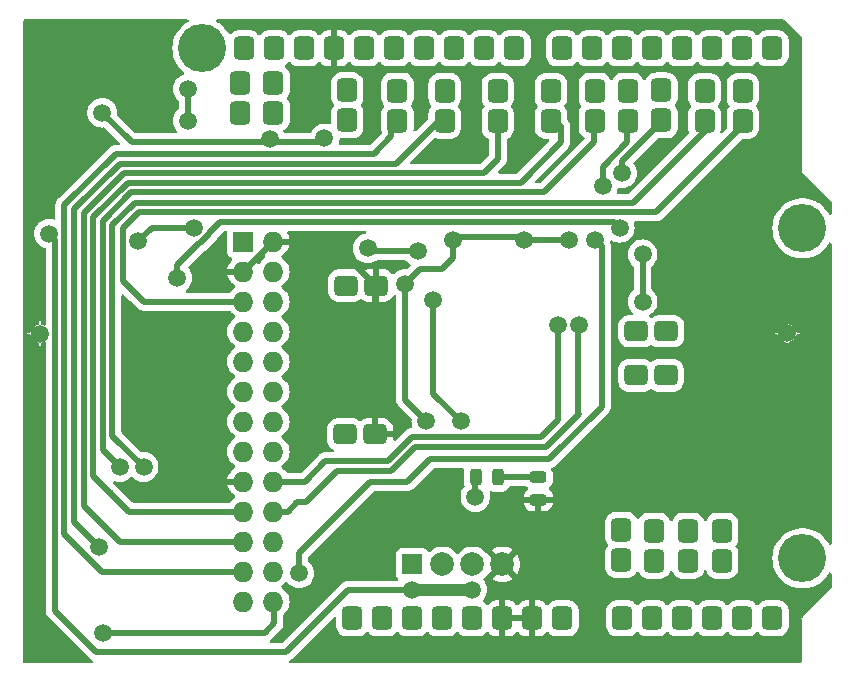
<source format=gbr>
G04 #@! TF.GenerationSoftware,KiCad,Pcbnew,7.0.7*
G04 #@! TF.CreationDate,2023-11-15T19:24:14-03:00*
G04 #@! TF.ProjectId,veiculo_MLK05Z,76656963-756c-46f5-9f4d-4c4b30355a2e,rev?*
G04 #@! TF.SameCoordinates,PX69db9c0PY79d4f70*
G04 #@! TF.FileFunction,Copper,L1,Top*
G04 #@! TF.FilePolarity,Positive*
%FSLAX46Y46*%
G04 Gerber Fmt 4.6, Leading zero omitted, Abs format (unit mm)*
G04 Created by KiCad (PCBNEW 7.0.7) date 2023-11-15 19:24:14*
%MOMM*%
%LPD*%
G01*
G04 APERTURE LIST*
G04 Aperture macros list*
%AMRoundRect*
0 Rectangle with rounded corners*
0 $1 Rounding radius*
0 $2 $3 $4 $5 $6 $7 $8 $9 X,Y pos of 4 corners*
0 Add a 4 corners polygon primitive as box body*
4,1,4,$2,$3,$4,$5,$6,$7,$8,$9,$2,$3,0*
0 Add four circle primitives for the rounded corners*
1,1,$1+$1,$2,$3*
1,1,$1+$1,$4,$5*
1,1,$1+$1,$6,$7*
1,1,$1+$1,$8,$9*
0 Add four rect primitives between the rounded corners*
20,1,$1+$1,$2,$3,$4,$5,0*
20,1,$1+$1,$4,$5,$6,$7,0*
20,1,$1+$1,$6,$7,$8,$9,0*
20,1,$1+$1,$8,$9,$2,$3,0*%
G04 Aperture macros list end*
G04 #@! TA.AperFunction,ComponentPad*
%ADD10RoundRect,0.431800X-0.431800X-0.584200X0.431800X-0.584200X0.431800X0.584200X-0.431800X0.584200X0*%
G04 #@! TD*
G04 #@! TA.AperFunction,ComponentPad*
%ADD11C,4.064000*%
G04 #@! TD*
G04 #@! TA.AperFunction,ComponentPad*
%ADD12R,1.700000X1.700000*%
G04 #@! TD*
G04 #@! TA.AperFunction,ComponentPad*
%ADD13C,2.000000*%
G04 #@! TD*
G04 #@! TA.AperFunction,SMDPad,CuDef*
%ADD14RoundRect,0.243750X-0.456250X0.243750X-0.456250X-0.243750X0.456250X-0.243750X0.456250X0.243750X0*%
G04 #@! TD*
G04 #@! TA.AperFunction,SMDPad,CuDef*
%ADD15RoundRect,0.243750X0.243750X0.456250X-0.243750X0.456250X-0.243750X-0.456250X0.243750X-0.456250X0*%
G04 #@! TD*
G04 #@! TA.AperFunction,ComponentPad*
%ADD16RoundRect,0.431800X0.431800X0.584200X-0.431800X0.584200X-0.431800X-0.584200X0.431800X-0.584200X0*%
G04 #@! TD*
G04 #@! TA.AperFunction,ComponentPad*
%ADD17RoundRect,0.431800X-0.584200X0.431800X-0.584200X-0.431800X0.584200X-0.431800X0.584200X0.431800X0*%
G04 #@! TD*
G04 #@! TA.AperFunction,ComponentPad*
%ADD18RoundRect,0.431800X0.584200X-0.431800X0.584200X0.431800X-0.584200X0.431800X-0.584200X-0.431800X0*%
G04 #@! TD*
G04 #@! TA.AperFunction,ComponentPad*
%ADD19R,1.727200X1.727200*%
G04 #@! TD*
G04 #@! TA.AperFunction,ComponentPad*
%ADD20O,1.727200X1.727200*%
G04 #@! TD*
G04 #@! TA.AperFunction,ViaPad*
%ADD21C,1.500000*%
G04 #@! TD*
G04 #@! TA.AperFunction,Conductor*
%ADD22C,0.500000*%
G04 #@! TD*
G04 #@! TA.AperFunction,Conductor*
%ADD23C,0.508000*%
G04 #@! TD*
G04 #@! TA.AperFunction,Conductor*
%ADD24C,1.000000*%
G04 #@! TD*
G04 #@! TA.AperFunction,Conductor*
%ADD25C,0.250000*%
G04 #@! TD*
G04 APERTURE END LIST*
D10*
X27938000Y3925000D03*
X30478000Y3925000D03*
X33018000Y3925000D03*
X35558000Y3925000D03*
X38098000Y3925000D03*
X40638000Y3925000D03*
X43178000Y3925000D03*
X45718000Y3925000D03*
X50798000Y3925000D03*
X53338000Y3925000D03*
X55878000Y3925000D03*
X58418000Y3925000D03*
X60958000Y3925000D03*
X63498000Y3925000D03*
X18794000Y52185000D03*
X21334000Y52185000D03*
X23874000Y52185000D03*
X26414000Y52185000D03*
X28954000Y52185000D03*
X31494000Y52185000D03*
X34034000Y52185000D03*
X36574000Y52185000D03*
X39114000Y52185000D03*
X41654000Y52185000D03*
X45718000Y52185000D03*
X48258000Y52185000D03*
X50798000Y52185000D03*
X53338000Y52185000D03*
X55878000Y52185000D03*
X58418000Y52185000D03*
X60958000Y52185000D03*
X63498000Y52185000D03*
D11*
X15238000Y52185000D03*
X66038000Y36945000D03*
X66038000Y9005000D03*
D12*
X33018000Y8497000D03*
D13*
X35558000Y8497000D03*
X38098000Y8497000D03*
X40638000Y8497000D03*
D14*
X43686000Y15863000D03*
X43686000Y13988000D03*
D15*
X40257000Y15863000D03*
X38382000Y15863000D03*
D16*
X51258000Y46065000D03*
X51258000Y48605000D03*
X31750000Y46075000D03*
X31750000Y48615000D03*
X57750000Y46035000D03*
X57750000Y48575000D03*
X27500000Y46095000D03*
X27500000Y48635000D03*
X54098000Y46085000D03*
X54098000Y48625000D03*
X44750000Y46035000D03*
X44750000Y48575000D03*
X40250000Y46005000D03*
X40250000Y48545000D03*
X18428000Y46730000D03*
X18428000Y49270000D03*
X21250000Y46710000D03*
X21250000Y49250000D03*
D17*
X29868000Y19495000D03*
X27328000Y19495000D03*
X29948000Y32105000D03*
X27408000Y32105000D03*
D10*
X59248000Y11355000D03*
X59248000Y8815000D03*
X53488000Y11345000D03*
X53488000Y8805000D03*
X56358000Y11345000D03*
X56358000Y8805000D03*
D16*
X61000000Y46035000D03*
X61000000Y48575000D03*
X35750000Y46055000D03*
X35750000Y48595000D03*
X48458000Y46065000D03*
X48458000Y48605000D03*
D18*
X51975000Y28250000D03*
X54515000Y28250000D03*
D10*
X50718000Y11425000D03*
X50718000Y8885000D03*
D18*
X51938000Y24500000D03*
X54478000Y24500000D03*
D19*
X18707640Y35832480D03*
D20*
X21247640Y35832480D03*
X18707640Y33292480D03*
X21247640Y33292480D03*
X18707640Y30752480D03*
X21247640Y30752480D03*
X18707640Y28212480D03*
X21247640Y28212480D03*
X18707640Y25672480D03*
X21247640Y25672480D03*
X18707640Y23132480D03*
X21247640Y23132480D03*
X18707640Y20592480D03*
X21247640Y20592480D03*
X18707640Y18052480D03*
X21247640Y18052480D03*
X18707640Y15512480D03*
X21247640Y15512480D03*
X18707640Y12972480D03*
X21247640Y12972480D03*
X18707640Y10432480D03*
X21247640Y10432480D03*
X18707640Y7892480D03*
X21247640Y7892480D03*
X18707640Y5352480D03*
X21247640Y5352480D03*
D21*
X38098000Y6338000D03*
X2250000Y36500000D03*
X34800000Y30887300D03*
X33499866Y34997204D03*
X38352000Y14212000D03*
X29250000Y35250000D03*
X52500000Y30750000D03*
X14500000Y37000000D03*
X33018000Y6338000D03*
X37100000Y20650000D03*
X52500000Y34750000D03*
X9808300Y35875000D03*
X64768000Y28055000D03*
X1445700Y28000000D03*
X21000000Y44500000D03*
X36443750Y36000000D03*
X32400000Y32250000D03*
X46250000Y36000000D03*
X42500000Y36000000D03*
X25569647Y44559500D03*
X6750000Y46750000D03*
X34200000Y20650000D03*
X47141303Y28750000D03*
X6500000Y10000000D03*
X6856000Y2655000D03*
X13113100Y32750000D03*
X50570400Y37004500D03*
X50764768Y41625632D03*
X45337000Y28750000D03*
X49124500Y40500000D03*
X23442200Y7735000D03*
X48500000Y36000000D03*
X8250000Y16750000D03*
X10250000Y16750000D03*
X14000000Y48750000D03*
X14000000Y46070700D03*
D22*
X29500000Y35000000D02*
X33497070Y35000000D01*
X2750000Y36000000D02*
X2750000Y4562180D01*
X52500000Y34750000D02*
X52500000Y30750000D01*
D23*
X38352000Y15833000D02*
X38382000Y15863000D01*
X34800000Y30887300D02*
X34800000Y22950000D01*
D22*
X6211980Y1100200D02*
X22348384Y1100200D01*
X10933300Y37000000D02*
X9808300Y35875000D01*
X2750000Y4562180D02*
X6211980Y1100200D01*
X2250000Y36500000D02*
X2750000Y36000000D01*
X14500000Y37000000D02*
X10933300Y37000000D01*
D24*
X33018000Y6338000D02*
X38098000Y6338000D01*
D23*
X38352000Y14212000D02*
X38352000Y15833000D01*
D22*
X22348384Y1100200D02*
X27586184Y6338000D01*
X29250000Y35250000D02*
X29500000Y35000000D01*
X27586184Y6338000D02*
X33018000Y6338000D01*
D23*
X34800000Y22950000D02*
X37100000Y20650000D01*
D22*
X33497070Y35000000D02*
X33499866Y34997204D01*
X18707640Y33292480D02*
X21247640Y35832480D01*
X29868000Y19495000D02*
X29868000Y32025000D01*
D25*
X29868000Y32025000D02*
X29948000Y32105000D01*
D22*
X26220520Y35832480D02*
X29948000Y32105000D01*
X21247640Y35832480D02*
X26220520Y35832480D01*
D23*
X46752524Y36002524D02*
X46252524Y36002524D01*
X32400000Y22450000D02*
X34200000Y20650000D01*
X42250000Y36250000D02*
X36693750Y36250000D01*
X46250000Y36000000D02*
X42500000Y36000000D01*
X33650000Y33500000D02*
X35500000Y33500000D01*
X36693750Y36250000D02*
X36443750Y36000000D01*
X32400000Y32250000D02*
X32400000Y22450000D01*
D22*
X9250000Y44250000D02*
X6750000Y46750000D01*
X25260147Y44250000D02*
X9250000Y44250000D01*
D23*
X36443750Y34443750D02*
X36443750Y36000000D01*
X42500000Y36000000D02*
X42250000Y36250000D01*
D22*
X25569647Y44559500D02*
X25260147Y44250000D01*
D23*
X32400000Y32250000D02*
X33650000Y33500000D01*
X46252524Y36002524D02*
X46250000Y36000000D01*
X35500000Y33500000D02*
X36443750Y34443750D01*
X40257000Y15863000D02*
X43686000Y15863000D01*
X45591000Y44223000D02*
X42180800Y40812800D01*
X9025160Y12972480D02*
X18707640Y12972480D01*
X5997200Y16000440D02*
X7506240Y14491400D01*
X5997200Y37913616D02*
X5997200Y16000440D01*
X7506240Y14491400D02*
X9025160Y12972480D01*
X42180800Y40812800D02*
X8896383Y40812800D01*
X8896383Y40812800D02*
X5997200Y37913616D01*
X7404640Y14593000D02*
X7506240Y14491400D01*
X45591000Y45581000D02*
X45591000Y44223000D01*
X8222520Y10432480D02*
X18707640Y10432480D01*
X8559710Y41625600D02*
X5184400Y38250288D01*
X5184400Y13470600D02*
X8222520Y10432480D01*
X40250000Y46005000D02*
X40250000Y42819000D01*
X5184400Y38250288D02*
X5184400Y13470600D01*
X40250000Y42819000D02*
X39056600Y41625600D01*
X39056600Y41625600D02*
X8559710Y41625600D01*
X10250000Y30752480D02*
X8500000Y32502480D01*
X8500000Y36968000D02*
X9844800Y38312800D01*
X61000000Y45662000D02*
X61000000Y46035000D01*
X53650800Y38312800D02*
X61000000Y45662000D01*
X8500000Y32502480D02*
X8500000Y36968000D01*
X9844800Y38312800D02*
X53650800Y38312800D01*
X18707640Y30752480D02*
X10250000Y30752480D01*
X47115000Y21197000D02*
X44321000Y18403000D01*
X47141303Y28750000D02*
X47076200Y28684897D01*
X26642590Y16421790D02*
X31246476Y16421790D01*
X44321000Y18403000D02*
X35151600Y18403000D01*
X22468954Y12972480D02*
X23251274Y13754800D01*
X47076200Y28684897D02*
X47076200Y21235800D01*
X23975600Y13754800D02*
X26642590Y16421790D01*
X47076200Y21235800D02*
X47115000Y21197000D01*
X31246476Y16421790D02*
X33227686Y18403000D01*
X21247640Y12972480D02*
X22468954Y12972480D01*
X33227686Y18403000D02*
X35151600Y18403000D01*
X23251274Y13754800D02*
X23975600Y13754800D01*
X4371599Y38586960D02*
X8223040Y42438400D01*
X6500000Y10000000D02*
X4371600Y12128400D01*
X21334000Y5266120D02*
X21247640Y5352480D01*
X21334000Y3493200D02*
X21334000Y5266120D01*
X4371600Y12128400D02*
X4371599Y38586960D01*
X31633400Y42438400D02*
X35250000Y46055000D01*
X20495800Y2655000D02*
X21334000Y3493200D01*
X6856000Y2655000D02*
X20495800Y2655000D01*
X8223040Y42438400D02*
X31633400Y42438400D01*
X53686472Y45581000D02*
X53973000Y45581000D01*
X15808800Y36457877D02*
X15808800Y36558800D01*
X13113100Y33863100D02*
X14941200Y35691200D01*
X13113100Y32750000D02*
X13113100Y33863100D01*
X14941200Y35691200D02*
X15042123Y35691200D01*
X50764768Y42659296D02*
X53686472Y45581000D01*
X16750000Y37500000D02*
X50074900Y37500000D01*
X15042123Y35691200D02*
X15808800Y36457877D01*
X15808800Y36558800D02*
X16750000Y37500000D01*
X50764768Y41625632D02*
X50764768Y42659296D01*
X50074900Y37500000D02*
X50570400Y37004500D01*
X32967200Y19292000D02*
X30909800Y17234600D01*
X22468954Y15512480D02*
X21247640Y15512480D01*
X22484194Y15497240D02*
X22468954Y15512480D01*
X45337000Y28750000D02*
X45337000Y20689000D01*
X23906453Y15497240D02*
X22484194Y15497240D01*
X43940000Y19292000D02*
X32967200Y19292000D01*
X25643813Y17234600D02*
X23906453Y15497240D01*
X30909800Y17234600D02*
X25643813Y17234600D01*
X45337000Y20689000D02*
X43940000Y19292000D01*
X49045447Y21857447D02*
X44575000Y17387000D01*
X23442200Y9462200D02*
X23442200Y7735000D01*
X49045447Y35454553D02*
X49045447Y21857447D01*
X49124500Y40500000D02*
X49124500Y42168500D01*
X48500000Y36000000D02*
X49045447Y35454553D01*
X44575000Y17387000D02*
X34491200Y17387000D01*
X34491200Y17387000D02*
X32586200Y15482000D01*
X51179000Y44223000D02*
X51179000Y45581000D01*
X49124500Y42168500D02*
X51179000Y44223000D01*
X29462000Y15482000D02*
X23442200Y9462200D01*
X32586200Y15482000D02*
X29462000Y15482000D01*
X6746043Y7892480D02*
X3558800Y11079723D01*
X29751200Y43251200D02*
X31240000Y44740000D01*
X18707640Y7892480D02*
X6746043Y7892480D01*
X3558800Y38923632D02*
X7886368Y43251200D01*
X7886368Y43251200D02*
X29751200Y43251200D01*
X31240000Y44740000D02*
X31240000Y45581000D01*
X3558800Y11079723D02*
X3558800Y38923632D01*
X44162000Y40000000D02*
X48385000Y44223000D01*
X9233056Y40000000D02*
X44162000Y40000000D01*
X6810000Y37576944D02*
X9233056Y40000000D01*
X8250000Y16750000D02*
X6810000Y18190000D01*
X48385000Y44223000D02*
X48385000Y45581000D01*
X6810000Y18190000D02*
X6810000Y37576944D01*
X57750000Y46035000D02*
X57221000Y46035000D01*
X51669600Y39125600D02*
X57750000Y45206000D01*
X10250000Y16750000D02*
X7622800Y19377200D01*
X7622800Y37240272D02*
X9508128Y39125600D01*
X7622800Y19377200D02*
X7622800Y37240272D01*
X57750000Y45206000D02*
X57750000Y46035000D01*
X9508128Y39125600D02*
X51669600Y39125600D01*
D22*
X14000000Y46070700D02*
X14000000Y48750000D01*
G04 #@! TA.AperFunction,Conductor*
G36*
X14024851Y54629498D02*
G01*
X14071344Y54575842D01*
X14081448Y54505568D01*
X14051954Y54440988D01*
X14017432Y54413087D01*
X13955910Y54379265D01*
X13874038Y54334255D01*
X13615424Y54146360D01*
X13615423Y54146360D01*
X13382390Y53927527D01*
X13178623Y53681215D01*
X13007346Y53411325D01*
X13007339Y53411311D01*
X12871236Y53122077D01*
X12871234Y53122073D01*
X12772450Y52818050D01*
X12772448Y52818042D01*
X12712550Y52504046D01*
X12712547Y52504022D01*
X12692477Y52185007D01*
X12692477Y52184994D01*
X12712547Y51865979D01*
X12712548Y51865966D01*
X12712549Y51865961D01*
X12772449Y51551954D01*
X12871233Y51247930D01*
X13007341Y50958685D01*
X13007343Y50958682D01*
X13007346Y50958676D01*
X13178623Y50688786D01*
X13382390Y50442474D01*
X13615423Y50223641D01*
X13677019Y50178889D01*
X13720373Y50122667D01*
X13726448Y50051931D01*
X13693317Y49989139D01*
X13635570Y49955247D01*
X13567934Y49937124D01*
X13567920Y49937119D01*
X13368346Y49844056D01*
X13187965Y49717752D01*
X13187959Y49717747D01*
X13032253Y49562041D01*
X13032248Y49562035D01*
X12905944Y49381654D01*
X12812881Y49182080D01*
X12812880Y49182076D01*
X12755885Y48969371D01*
X12736693Y48750000D01*
X12755885Y48530629D01*
X12759298Y48517892D01*
X12812879Y48317927D01*
X12812881Y48317921D01*
X12890785Y48150855D01*
X12905944Y48118346D01*
X13027329Y47944992D01*
X13032251Y47937962D01*
X13032254Y47937958D01*
X13187954Y47782258D01*
X13192172Y47778719D01*
X13191416Y47777819D01*
X13232094Y47726942D01*
X13241500Y47679173D01*
X13241500Y47141529D01*
X13221498Y47073408D01*
X13191769Y47042475D01*
X13192178Y47041987D01*
X13187963Y47038451D01*
X13032248Y46882735D01*
X12905944Y46702354D01*
X12812881Y46502780D01*
X12812880Y46502776D01*
X12755885Y46290071D01*
X12736693Y46070700D01*
X12755885Y45851329D01*
X12774395Y45782251D01*
X12812879Y45638627D01*
X12812881Y45638621D01*
X12894066Y45464518D01*
X12905944Y45439046D01*
X13029130Y45263119D01*
X13032251Y45258662D01*
X13032254Y45258658D01*
X13067317Y45223595D01*
X13101343Y45161283D01*
X13096278Y45090468D01*
X13053731Y45033632D01*
X12987211Y45008821D01*
X12978222Y45008500D01*
X9616371Y45008500D01*
X9548250Y45028502D01*
X9527276Y45045405D01*
X8039517Y46533164D01*
X8005491Y46595476D01*
X8003092Y46633241D01*
X8013307Y46749995D01*
X8013306Y46749996D01*
X8013307Y46750000D01*
X7994115Y46969371D01*
X7937120Y47182076D01*
X7844056Y47381653D01*
X7717749Y47562038D01*
X7562038Y47717749D01*
X7552385Y47724508D01*
X7512903Y47752154D01*
X7381654Y47844056D01*
X7341260Y47862892D01*
X7182079Y47937119D01*
X7182073Y47937121D01*
X7011766Y47982755D01*
X6969371Y47994115D01*
X6750000Y48013307D01*
X6530629Y47994115D01*
X6317926Y47937121D01*
X6317920Y47937119D01*
X6118346Y47844056D01*
X5937965Y47717752D01*
X5937959Y47717747D01*
X5782253Y47562041D01*
X5782248Y47562035D01*
X5655944Y47381654D01*
X5562881Y47182080D01*
X5562879Y47182074D01*
X5510884Y46988029D01*
X5505885Y46969371D01*
X5486693Y46750000D01*
X5505885Y46530629D01*
X5513349Y46502774D01*
X5562879Y46317927D01*
X5562881Y46317921D01*
X5651337Y46128225D01*
X5655944Y46118346D01*
X5754290Y45977894D01*
X5782251Y45937962D01*
X5782254Y45937958D01*
X5937957Y45782255D01*
X5937961Y45782252D01*
X5937962Y45782251D01*
X6118346Y45655944D01*
X6317924Y45562880D01*
X6530629Y45505885D01*
X6750000Y45486693D01*
X6750002Y45486694D01*
X6750005Y45486693D01*
X6866759Y45496908D01*
X6936364Y45482920D01*
X6966836Y45460483D01*
X8198524Y44228795D01*
X8232550Y44166483D01*
X8227485Y44095668D01*
X8184938Y44038832D01*
X8118418Y44014021D01*
X8109429Y44013700D01*
X7951095Y44013700D01*
X7932835Y44015030D01*
X7908695Y44018566D01*
X7908693Y44018566D01*
X7908692Y44018566D01*
X7888660Y44016814D01*
X7855817Y44013940D01*
X7850333Y44013700D01*
X7841951Y44013700D01*
X7808840Y44009830D01*
X7731133Y44003032D01*
X7723946Y44001547D01*
X7723933Y44001606D01*
X7716449Y43999947D01*
X7716463Y43999889D01*
X7709318Y43998196D01*
X7635995Y43971508D01*
X7561927Y43946966D01*
X7555281Y43943866D01*
X7555256Y43943920D01*
X7548355Y43940579D01*
X7548382Y43940525D01*
X7541831Y43937236D01*
X7508584Y43915370D01*
X7476644Y43894362D01*
X7428467Y43864645D01*
X7410216Y43853387D01*
X7404465Y43848839D01*
X7404428Y43848886D01*
X7398490Y43844050D01*
X7398529Y43844004D01*
X7392908Y43839288D01*
X7339362Y43782533D01*
X3065402Y39508574D01*
X3051553Y39496604D01*
X3031979Y39482031D01*
X3031976Y39482029D01*
X2997856Y39441367D01*
X2994149Y39437321D01*
X2988228Y39431399D01*
X2988228Y39431398D01*
X2967554Y39405253D01*
X2917404Y39345485D01*
X2913374Y39339357D01*
X2913323Y39339390D01*
X2909205Y39332926D01*
X2909255Y39332895D01*
X2905407Y39326658D01*
X2872425Y39255927D01*
X2837404Y39186194D01*
X2834895Y39179300D01*
X2834839Y39179321D01*
X2832325Y39172087D01*
X2832382Y39172068D01*
X2830075Y39165108D01*
X2814298Y39088698D01*
X2796299Y39012754D01*
X2795448Y39005465D01*
X2795387Y39005473D01*
X2794609Y38997859D01*
X2794671Y38997853D01*
X2794031Y38990542D01*
X2796300Y38912556D01*
X2796299Y37820721D01*
X2776297Y37752600D01*
X2722641Y37706107D01*
X2652367Y37696004D01*
X2637688Y37699014D01*
X2594393Y37710615D01*
X2469371Y37744115D01*
X2250000Y37763307D01*
X2249999Y37763307D01*
X2030629Y37744115D01*
X1817926Y37687121D01*
X1817920Y37687119D01*
X1618346Y37594056D01*
X1437965Y37467752D01*
X1437959Y37467747D01*
X1282253Y37312041D01*
X1282248Y37312035D01*
X1155944Y37131654D01*
X1062881Y36932080D01*
X1062880Y36932076D01*
X1005885Y36719371D01*
X986693Y36500000D01*
X1005885Y36280629D01*
X1031690Y36184325D01*
X1062879Y36067927D01*
X1062881Y36067921D01*
X1148219Y35884913D01*
X1155944Y35868346D01*
X1270375Y35704923D01*
X1282251Y35687962D01*
X1282254Y35687958D01*
X1437957Y35532255D01*
X1437961Y35532252D01*
X1437962Y35532251D01*
X1618346Y35405944D01*
X1817924Y35312880D01*
X1898111Y35291394D01*
X1958734Y35254442D01*
X1989755Y35190581D01*
X1991500Y35169687D01*
X1991500Y28846887D01*
X1971498Y28778766D01*
X1917842Y28732273D01*
X1847568Y28722169D01*
X1823884Y28727958D01*
X1659884Y28785345D01*
X1602193Y28826724D01*
X1576030Y28892724D01*
X1575500Y28904274D01*
X1575500Y29068315D01*
X1561549Y29106644D01*
X1561549Y29106645D01*
X1513951Y29134125D01*
X1459827Y29124581D01*
X1424500Y29082481D01*
X1424500Y28904274D01*
X1404498Y28836153D01*
X1350842Y28789660D01*
X1340116Y28785345D01*
X1175946Y28727898D01*
X1175945Y28727898D01*
X1034338Y28638921D01*
X916079Y28520662D01*
X827102Y28379055D01*
X769656Y28214884D01*
X728277Y28157193D01*
X662277Y28131030D01*
X650727Y28130500D01*
X486685Y28130500D01*
X448356Y28116550D01*
X448355Y28116550D01*
X420875Y28068952D01*
X430418Y28014829D01*
X430419Y28014828D01*
X472520Y27979500D01*
X650727Y27979500D01*
X718848Y27959498D01*
X765341Y27905842D01*
X769656Y27895116D01*
X771862Y27888810D01*
X771863Y27888808D01*
X803703Y27797816D01*
X827102Y27730946D01*
X916079Y27589339D01*
X1034338Y27471080D01*
X1175945Y27382103D01*
X1175946Y27382103D01*
X1175949Y27382101D01*
X1333808Y27326863D01*
X1333811Y27326863D01*
X1340115Y27324657D01*
X1397807Y27283279D01*
X1423969Y27217279D01*
X1424500Y27205728D01*
X1424500Y27041686D01*
X1424499Y27041686D01*
X1438450Y27003357D01*
X1438450Y27003356D01*
X1486048Y26975876D01*
X1540172Y26985419D01*
X1575500Y27027520D01*
X1575500Y27205729D01*
X1595502Y27273849D01*
X1649158Y27320342D01*
X1659885Y27324657D01*
X1666188Y27326863D01*
X1666192Y27326863D01*
X1823885Y27382044D01*
X1894789Y27385663D01*
X1956394Y27350373D01*
X1989141Y27287380D01*
X1991500Y27263114D01*
X1991500Y4626621D01*
X1990170Y4608361D01*
X1986659Y4584394D01*
X1986659Y4584386D01*
X1991260Y4531808D01*
X1991500Y4526314D01*
X1991500Y4517998D01*
X1995347Y4485086D01*
X2002112Y4407761D01*
X2003596Y4400574D01*
X2003531Y4400561D01*
X2005165Y4393191D01*
X2005229Y4393205D01*
X2006921Y4386064D01*
X2033473Y4313116D01*
X2057885Y4239444D01*
X2060987Y4232792D01*
X2060926Y4232764D01*
X2064211Y4225978D01*
X2064270Y4226007D01*
X2067560Y4219456D01*
X2067564Y4219449D01*
X2067565Y4219448D01*
X2080443Y4199868D01*
X2110233Y4154575D01*
X2150967Y4088532D01*
X2155522Y4082772D01*
X2155468Y4082730D01*
X2160228Y4076888D01*
X2160279Y4076930D01*
X2164993Y4071312D01*
X2221482Y4018017D01*
X5630072Y609427D01*
X5642045Y595573D01*
X5656510Y576143D01*
X5696955Y542206D01*
X5701001Y538498D01*
X5706879Y532620D01*
X5732876Y512064D01*
X5792340Y462168D01*
X5792346Y462165D01*
X5798475Y458133D01*
X5798437Y458077D01*
X5804791Y454029D01*
X5804827Y454086D01*
X5811069Y450236D01*
X5811071Y450235D01*
X5811074Y450233D01*
X5881427Y417427D01*
X5908766Y403697D01*
X5960663Y355251D01*
X5978130Y286436D01*
X5955620Y219103D01*
X5900280Y174628D01*
X5852216Y165100D01*
X199500Y165100D01*
X131379Y185102D01*
X84886Y238758D01*
X73500Y291100D01*
X73500Y54523500D01*
X93502Y54591621D01*
X147158Y54638114D01*
X199500Y54649500D01*
X13956730Y54649500D01*
X14024851Y54629498D01*
G37*
G04 #@! TD.AperFunction*
G04 #@! TA.AperFunction,Conductor*
G36*
X64634621Y27959498D02*
G01*
X64681114Y27905842D01*
X64692500Y27853500D01*
X64692500Y27640447D01*
X64672498Y27572326D01*
X64618842Y27525833D01*
X64548568Y27515729D01*
X64518284Y27524038D01*
X64487743Y27536688D01*
X64459258Y27553132D01*
X64363135Y27626891D01*
X64339890Y27650136D01*
X64266130Y27746261D01*
X64249687Y27774742D01*
X64240129Y27797816D01*
X64237036Y27805283D01*
X64229448Y27875872D01*
X64261227Y27939359D01*
X64322286Y27975586D01*
X64353446Y27979500D01*
X64566500Y27979500D01*
X64634621Y27959498D01*
G37*
G04 #@! TD.AperFunction*
G04 #@! TA.AperFunction,Conductor*
G36*
X65250675Y27959498D02*
G01*
X65297168Y27905842D01*
X65307272Y27835568D01*
X65298962Y27805279D01*
X65286311Y27774739D01*
X65269865Y27746256D01*
X65196112Y27650140D01*
X65172860Y27626888D01*
X65086087Y27560304D01*
X65076744Y27553134D01*
X65048258Y27536688D01*
X65017718Y27524038D01*
X64947128Y27516449D01*
X64883641Y27548228D01*
X64847414Y27609287D01*
X64843500Y27640447D01*
X64843500Y27853500D01*
X64863502Y27921621D01*
X64917158Y27968114D01*
X64969500Y27979500D01*
X65182554Y27979500D01*
X65250675Y27959498D01*
G37*
G04 #@! TD.AperFunction*
G04 #@! TA.AperFunction,Conductor*
G36*
X64652360Y28561772D02*
G01*
X64688587Y28500713D01*
X64692500Y28469554D01*
X64692500Y28256500D01*
X64672498Y28188379D01*
X64618842Y28141886D01*
X64566500Y28130500D01*
X64353446Y28130500D01*
X64285325Y28150502D01*
X64238832Y28204158D01*
X64228728Y28274432D01*
X64237037Y28304716D01*
X64249687Y28335257D01*
X64266127Y28363737D01*
X64339894Y28459870D01*
X64363130Y28483106D01*
X64459263Y28556873D01*
X64487743Y28573313D01*
X64518284Y28585963D01*
X64588873Y28593552D01*
X64652360Y28561772D01*
G37*
G04 #@! TD.AperFunction*
G04 #@! TA.AperFunction,Conductor*
G36*
X65017717Y28585964D02*
G01*
X65022051Y28584168D01*
X65048258Y28573313D01*
X65076739Y28556870D01*
X65172864Y28483110D01*
X65196109Y28459865D01*
X65269868Y28363742D01*
X65286311Y28335261D01*
X65298962Y28304720D01*
X65306552Y28234130D01*
X65274774Y28170643D01*
X65213716Y28134414D01*
X65182554Y28130500D01*
X64969500Y28130500D01*
X64901379Y28150502D01*
X64854886Y28204158D01*
X64843500Y28256500D01*
X64843500Y28469554D01*
X64863502Y28537675D01*
X64917158Y28584168D01*
X64987432Y28594272D01*
X65017717Y28585964D01*
G37*
G04 #@! TD.AperFunction*
G04 #@! TA.AperFunction,Conductor*
G36*
X64498658Y54629498D02*
G01*
X64519632Y54612595D01*
X65925595Y53206632D01*
X65959621Y53144320D01*
X65962500Y53117537D01*
X65962500Y41816244D01*
X65959949Y41796866D01*
X65962260Y41770445D01*
X65962500Y41764953D01*
X65962500Y41757689D01*
X65963762Y41750529D01*
X65964479Y41745081D01*
X65965182Y41737044D01*
X65969652Y41727459D01*
X65976451Y41719356D01*
X65976452Y41719355D01*
X65977243Y41718898D01*
X65977273Y41718881D01*
X66003372Y41698855D01*
X68463860Y39238367D01*
X68497886Y39176055D01*
X68500761Y39150234D01*
X68502500Y38922501D01*
X68502500Y38236536D01*
X68482498Y38168415D01*
X68428842Y38121922D01*
X68358568Y38111818D01*
X68293988Y38141312D01*
X68270115Y38169022D01*
X68097376Y38441215D01*
X67893609Y38687527D01*
X67660576Y38906360D01*
X67401961Y39094255D01*
X67359026Y39117859D01*
X67121831Y39248258D01*
X67015405Y39290395D01*
X66824615Y39365935D01*
X66824597Y39365940D01*
X66514997Y39445432D01*
X66514989Y39445434D01*
X66514983Y39445435D01*
X66514973Y39445437D01*
X66514969Y39445437D01*
X66197849Y39485499D01*
X66197838Y39485500D01*
X66197835Y39485500D01*
X65878165Y39485500D01*
X65878162Y39485500D01*
X65878150Y39485499D01*
X65561030Y39445437D01*
X65561023Y39445436D01*
X65561017Y39445435D01*
X65561012Y39445434D01*
X65561002Y39445432D01*
X65251402Y39365940D01*
X65251384Y39365935D01*
X64954169Y39248258D01*
X64674038Y39094255D01*
X64415424Y38906360D01*
X64415423Y38906360D01*
X64182390Y38687527D01*
X63978623Y38441215D01*
X63807346Y38171325D01*
X63807339Y38171311D01*
X63671236Y37882077D01*
X63671234Y37882073D01*
X63572450Y37578050D01*
X63572448Y37578042D01*
X63512550Y37264046D01*
X63512547Y37264022D01*
X63492477Y36945007D01*
X63492477Y36944994D01*
X63512547Y36625979D01*
X63512550Y36625955D01*
X63549535Y36432074D01*
X63572449Y36311954D01*
X63671233Y36007930D01*
X63807341Y35718685D01*
X63807343Y35718682D01*
X63807346Y35718676D01*
X63978623Y35448786D01*
X64182390Y35202474D01*
X64182393Y35202472D01*
X64182394Y35202470D01*
X64368742Y35027477D01*
X64415423Y34983641D01*
X64650452Y34812882D01*
X64674041Y34795744D01*
X64954169Y34641742D01*
X65147674Y34565128D01*
X65251384Y34524066D01*
X65251387Y34524066D01*
X65251390Y34524064D01*
X65561017Y34444565D01*
X65878165Y34404500D01*
X65878169Y34404500D01*
X66197831Y34404500D01*
X66197835Y34404500D01*
X66514983Y34444565D01*
X66824610Y34524064D01*
X67121831Y34641742D01*
X67401959Y34795744D01*
X67660577Y34983641D01*
X67893606Y35202470D01*
X68097371Y35448779D01*
X68097373Y35448784D01*
X68097376Y35448786D01*
X68270115Y35720979D01*
X68323504Y35767778D01*
X68393719Y35778283D01*
X68458467Y35749159D01*
X68497191Y35689653D01*
X68502500Y35653465D01*
X68502500Y10296536D01*
X68482498Y10228415D01*
X68428842Y10181922D01*
X68358568Y10171818D01*
X68293988Y10201312D01*
X68270115Y10229022D01*
X68097376Y10501215D01*
X67893609Y10747527D01*
X67660576Y10966360D01*
X67401961Y11154255D01*
X67291499Y11214982D01*
X67121831Y11308258D01*
X67036282Y11342129D01*
X66824615Y11425935D01*
X66824597Y11425940D01*
X66514997Y11505432D01*
X66514989Y11505434D01*
X66514983Y11505435D01*
X66514973Y11505437D01*
X66514969Y11505437D01*
X66197849Y11545499D01*
X66197838Y11545500D01*
X66197835Y11545500D01*
X65878165Y11545500D01*
X65878162Y11545500D01*
X65878150Y11545499D01*
X65561030Y11505437D01*
X65561023Y11505436D01*
X65561017Y11505435D01*
X65561012Y11505434D01*
X65561002Y11505432D01*
X65251402Y11425940D01*
X65251384Y11425935D01*
X64954169Y11308258D01*
X64674038Y11154255D01*
X64415424Y10966360D01*
X64415423Y10966360D01*
X64182390Y10747527D01*
X63978623Y10501215D01*
X63807346Y10231325D01*
X63807339Y10231311D01*
X63671236Y9942077D01*
X63671234Y9942073D01*
X63572450Y9638050D01*
X63572448Y9638042D01*
X63512550Y9324046D01*
X63512547Y9324022D01*
X63492477Y9005007D01*
X63492477Y9004994D01*
X63512547Y8685979D01*
X63512550Y8685955D01*
X63541668Y8533313D01*
X63572449Y8371954D01*
X63671233Y8067930D01*
X63807341Y7778685D01*
X63807343Y7778682D01*
X63807346Y7778676D01*
X63978623Y7508786D01*
X64182390Y7262474D01*
X64182393Y7262472D01*
X64182394Y7262470D01*
X64351844Y7103346D01*
X64415423Y7043641D01*
X64581465Y6923004D01*
X64674041Y6855744D01*
X64954169Y6701742D01*
X65154362Y6622480D01*
X65251384Y6584066D01*
X65251387Y6584066D01*
X65251390Y6584064D01*
X65561017Y6504565D01*
X65878165Y6464500D01*
X65878169Y6464500D01*
X66197831Y6464500D01*
X66197835Y6464500D01*
X66514983Y6504565D01*
X66824610Y6584064D01*
X67121831Y6701742D01*
X67401959Y6855744D01*
X67660577Y7043641D01*
X67893606Y7262470D01*
X68097371Y7508779D01*
X68097373Y7508784D01*
X68097376Y7508786D01*
X68270115Y7780979D01*
X68323504Y7827778D01*
X68393719Y7838283D01*
X68458467Y7809159D01*
X68497191Y7749653D01*
X68502500Y7713465D01*
X68502500Y6548465D01*
X68482498Y6480344D01*
X68465595Y6459370D01*
X66069552Y4063328D01*
X66067383Y4061260D01*
X65995801Y3996184D01*
X65986295Y3980841D01*
X65986047Y3980543D01*
X65984160Y3978295D01*
X65980467Y3974243D01*
X65975197Y3968973D01*
X65971027Y3963017D01*
X65967686Y3958662D01*
X65962499Y3952481D01*
X65958880Y3942539D01*
X65957959Y3932004D01*
X65958206Y3931084D01*
X65962500Y3898470D01*
X65962500Y291100D01*
X65942498Y222979D01*
X65888842Y176486D01*
X65836500Y165100D01*
X22718387Y165100D01*
X22650266Y185102D01*
X22603773Y238758D01*
X22593669Y309032D01*
X22623163Y373612D01*
X22665130Y405292D01*
X22671117Y408085D01*
X22671122Y408086D01*
X22671125Y408089D01*
X22677772Y411188D01*
X22677801Y411126D01*
X22684587Y414411D01*
X22684557Y414471D01*
X22691112Y417764D01*
X22691116Y417765D01*
X22755989Y460434D01*
X22822035Y501170D01*
X22822044Y501180D01*
X22827792Y505723D01*
X22827834Y505669D01*
X22833673Y510425D01*
X22833630Y510477D01*
X22839249Y515194D01*
X22839258Y515199D01*
X22892547Y571683D01*
X24444548Y2123684D01*
X26350805Y4029940D01*
X26413117Y4063966D01*
X26483932Y4058901D01*
X26540768Y4016354D01*
X26565579Y3949834D01*
X26565900Y3940845D01*
X26565900Y3274989D01*
X26572361Y3192892D01*
X26623518Y3001973D01*
X26688534Y2874371D01*
X26713255Y2825855D01*
X26837645Y2672245D01*
X26991255Y2547855D01*
X27167371Y2458119D01*
X27358294Y2406961D01*
X27421005Y2402026D01*
X27440389Y2400500D01*
X27440392Y2400500D01*
X28435611Y2400500D01*
X28453579Y2401915D01*
X28517706Y2406961D01*
X28708629Y2458119D01*
X28884745Y2547855D01*
X29038355Y2672245D01*
X29038644Y2672601D01*
X29110079Y2760818D01*
X29168493Y2801171D01*
X29239450Y2803537D01*
X29300422Y2767165D01*
X29305921Y2760818D01*
X29377642Y2672247D01*
X29440520Y2621331D01*
X29531255Y2547855D01*
X29707371Y2458119D01*
X29898294Y2406961D01*
X29961006Y2402026D01*
X29980389Y2400500D01*
X29980392Y2400500D01*
X30975611Y2400500D01*
X30993579Y2401915D01*
X31057706Y2406961D01*
X31248629Y2458119D01*
X31424745Y2547855D01*
X31578355Y2672245D01*
X31578644Y2672601D01*
X31650079Y2760818D01*
X31708493Y2801171D01*
X31779450Y2803537D01*
X31840422Y2767165D01*
X31845921Y2760818D01*
X31917642Y2672247D01*
X31980520Y2621331D01*
X32071255Y2547855D01*
X32247371Y2458119D01*
X32438294Y2406961D01*
X32501005Y2402026D01*
X32520389Y2400500D01*
X32520392Y2400500D01*
X33515611Y2400500D01*
X33533579Y2401915D01*
X33597706Y2406961D01*
X33788629Y2458119D01*
X33964745Y2547855D01*
X34118355Y2672245D01*
X34118644Y2672601D01*
X34190079Y2760818D01*
X34248493Y2801171D01*
X34319450Y2803537D01*
X34380422Y2767165D01*
X34385921Y2760818D01*
X34457642Y2672247D01*
X34520520Y2621331D01*
X34611255Y2547855D01*
X34787371Y2458119D01*
X34978294Y2406961D01*
X35041006Y2402026D01*
X35060389Y2400500D01*
X35060392Y2400500D01*
X36055611Y2400500D01*
X36073579Y2401915D01*
X36137706Y2406961D01*
X36328629Y2458119D01*
X36504745Y2547855D01*
X36658355Y2672245D01*
X36658644Y2672601D01*
X36730079Y2760818D01*
X36788493Y2801171D01*
X36859450Y2803537D01*
X36920422Y2767165D01*
X36925921Y2760818D01*
X36997642Y2672247D01*
X37060520Y2621331D01*
X37151255Y2547855D01*
X37327371Y2458119D01*
X37518294Y2406961D01*
X37581005Y2402026D01*
X37600389Y2400500D01*
X37600392Y2400500D01*
X38595611Y2400500D01*
X38613579Y2401915D01*
X38677706Y2406961D01*
X38868629Y2458119D01*
X39044745Y2547855D01*
X39198355Y2672245D01*
X39270402Y2761217D01*
X39328814Y2801567D01*
X39399771Y2803933D01*
X39460743Y2767561D01*
X39466242Y2761215D01*
X39538000Y2672601D01*
X39691528Y2548277D01*
X39691531Y2548276D01*
X39867552Y2458588D01*
X40058370Y2407458D01*
X40140415Y2401001D01*
X40384000Y2401001D01*
X40384000Y3302884D01*
X40404002Y3371005D01*
X40457658Y3417498D01*
X40527929Y3427602D01*
X40527932Y3427602D01*
X40527932Y3427601D01*
X40575258Y3420797D01*
X40601666Y3417000D01*
X40674334Y3417000D01*
X40713645Y3422653D01*
X40748068Y3427601D01*
X40818342Y3417498D01*
X40871998Y3371005D01*
X40892000Y3302884D01*
X40892000Y2401001D01*
X41135583Y2401001D01*
X41217625Y2407457D01*
X41408447Y2458588D01*
X41584468Y2548276D01*
X41584471Y2548277D01*
X41737999Y2672601D01*
X41810079Y2761612D01*
X41868493Y2801964D01*
X41939450Y2804330D01*
X42000422Y2767958D01*
X42005921Y2761612D01*
X42078000Y2672601D01*
X42231528Y2548277D01*
X42231531Y2548276D01*
X42407552Y2458588D01*
X42598370Y2407458D01*
X42680415Y2401001D01*
X42924000Y2401001D01*
X42924000Y3302884D01*
X42944002Y3371005D01*
X42997658Y3417498D01*
X43067929Y3427602D01*
X43067932Y3427602D01*
X43067932Y3427601D01*
X43115258Y3420797D01*
X43141666Y3417000D01*
X43214334Y3417000D01*
X43253645Y3422653D01*
X43288068Y3427601D01*
X43358342Y3417498D01*
X43411998Y3371005D01*
X43432000Y3302884D01*
X43432000Y2401001D01*
X43675583Y2401001D01*
X43757625Y2407457D01*
X43948447Y2458588D01*
X44124468Y2548276D01*
X44124471Y2548277D01*
X44278002Y2672602D01*
X44349757Y2761214D01*
X44408170Y2801567D01*
X44479128Y2803933D01*
X44540100Y2767561D01*
X44545599Y2761215D01*
X44549829Y2755991D01*
X44617645Y2672245D01*
X44771255Y2547855D01*
X44947371Y2458119D01*
X45138294Y2406961D01*
X45201006Y2402026D01*
X45220389Y2400500D01*
X45220392Y2400500D01*
X46215611Y2400500D01*
X46233579Y2401915D01*
X46297706Y2406961D01*
X46488629Y2458119D01*
X46664745Y2547855D01*
X46818355Y2672245D01*
X46942745Y2825855D01*
X47032481Y3001971D01*
X47083639Y3192894D01*
X47090100Y3274989D01*
X49425900Y3274989D01*
X49432361Y3192892D01*
X49483518Y3001973D01*
X49548534Y2874371D01*
X49573255Y2825855D01*
X49697645Y2672245D01*
X49851255Y2547855D01*
X50027371Y2458119D01*
X50218294Y2406961D01*
X50281006Y2402026D01*
X50300389Y2400500D01*
X50300392Y2400500D01*
X51295611Y2400500D01*
X51313579Y2401915D01*
X51377706Y2406961D01*
X51568629Y2458119D01*
X51744745Y2547855D01*
X51898355Y2672245D01*
X51898644Y2672601D01*
X51970079Y2760818D01*
X52028493Y2801171D01*
X52099450Y2803537D01*
X52160422Y2767165D01*
X52165921Y2760818D01*
X52237642Y2672247D01*
X52300520Y2621331D01*
X52391255Y2547855D01*
X52567371Y2458119D01*
X52758294Y2406961D01*
X52821005Y2402026D01*
X52840389Y2400500D01*
X52840392Y2400500D01*
X53835611Y2400500D01*
X53853579Y2401915D01*
X53917706Y2406961D01*
X54108629Y2458119D01*
X54284745Y2547855D01*
X54438355Y2672245D01*
X54438644Y2672601D01*
X54510079Y2760818D01*
X54568493Y2801171D01*
X54639450Y2803537D01*
X54700422Y2767165D01*
X54705921Y2760818D01*
X54777642Y2672247D01*
X54840520Y2621331D01*
X54931255Y2547855D01*
X55107371Y2458119D01*
X55298294Y2406961D01*
X55361006Y2402026D01*
X55380389Y2400500D01*
X55380392Y2400500D01*
X56375611Y2400500D01*
X56393579Y2401915D01*
X56457706Y2406961D01*
X56648629Y2458119D01*
X56824745Y2547855D01*
X56978355Y2672245D01*
X56978644Y2672601D01*
X57050079Y2760818D01*
X57108493Y2801171D01*
X57179450Y2803537D01*
X57240422Y2767165D01*
X57245921Y2760818D01*
X57317642Y2672247D01*
X57380520Y2621331D01*
X57471255Y2547855D01*
X57647371Y2458119D01*
X57838294Y2406961D01*
X57901005Y2402026D01*
X57920389Y2400500D01*
X57920392Y2400500D01*
X58915611Y2400500D01*
X58933579Y2401915D01*
X58997706Y2406961D01*
X59188629Y2458119D01*
X59364745Y2547855D01*
X59518355Y2672245D01*
X59518644Y2672601D01*
X59590079Y2760818D01*
X59648493Y2801171D01*
X59719450Y2803537D01*
X59780422Y2767165D01*
X59785921Y2760818D01*
X59857642Y2672247D01*
X59920520Y2621331D01*
X60011255Y2547855D01*
X60187371Y2458119D01*
X60378294Y2406961D01*
X60441006Y2402026D01*
X60460389Y2400500D01*
X60460392Y2400500D01*
X61455611Y2400500D01*
X61473579Y2401915D01*
X61537706Y2406961D01*
X61728629Y2458119D01*
X61904745Y2547855D01*
X62058355Y2672245D01*
X62058644Y2672601D01*
X62130079Y2760818D01*
X62188493Y2801171D01*
X62259450Y2803537D01*
X62320422Y2767165D01*
X62325921Y2760818D01*
X62397642Y2672247D01*
X62460520Y2621331D01*
X62551255Y2547855D01*
X62727371Y2458119D01*
X62918294Y2406961D01*
X62981005Y2402026D01*
X63000389Y2400500D01*
X63000392Y2400500D01*
X63995611Y2400500D01*
X64013579Y2401915D01*
X64077706Y2406961D01*
X64268629Y2458119D01*
X64444745Y2547855D01*
X64598355Y2672245D01*
X64722745Y2825855D01*
X64812481Y3001971D01*
X64863639Y3192894D01*
X64870100Y3274992D01*
X64870100Y4575008D01*
X64863639Y4657106D01*
X64812481Y4848029D01*
X64722745Y5024145D01*
X64598355Y5177755D01*
X64444745Y5302145D01*
X64444743Y5302146D01*
X64444742Y5302147D01*
X64268627Y5391882D01*
X64077708Y5443039D01*
X63995611Y5449500D01*
X63995608Y5449500D01*
X63000392Y5449500D01*
X63000389Y5449500D01*
X62918291Y5443039D01*
X62727372Y5391882D01*
X62551257Y5302147D01*
X62551253Y5302145D01*
X62551255Y5302145D01*
X62397645Y5177755D01*
X62325922Y5089183D01*
X62325921Y5089182D01*
X62267507Y5048830D01*
X62196550Y5046464D01*
X62135578Y5082837D01*
X62130079Y5089182D01*
X62058355Y5177755D01*
X61904745Y5302145D01*
X61904743Y5302146D01*
X61904742Y5302147D01*
X61728627Y5391882D01*
X61537708Y5443039D01*
X61455611Y5449500D01*
X61455608Y5449500D01*
X60460392Y5449500D01*
X60460389Y5449500D01*
X60378291Y5443039D01*
X60187372Y5391882D01*
X60011257Y5302147D01*
X60011253Y5302145D01*
X60011255Y5302145D01*
X59857645Y5177755D01*
X59785922Y5089183D01*
X59785921Y5089182D01*
X59727507Y5048830D01*
X59656550Y5046464D01*
X59595578Y5082837D01*
X59590079Y5089182D01*
X59518355Y5177755D01*
X59364745Y5302145D01*
X59364743Y5302146D01*
X59364742Y5302147D01*
X59188627Y5391882D01*
X58997708Y5443039D01*
X58915611Y5449500D01*
X58915608Y5449500D01*
X57920392Y5449500D01*
X57920389Y5449500D01*
X57838291Y5443039D01*
X57647372Y5391882D01*
X57471257Y5302147D01*
X57471253Y5302145D01*
X57471255Y5302145D01*
X57317645Y5177755D01*
X57245922Y5089183D01*
X57245921Y5089182D01*
X57187507Y5048830D01*
X57116550Y5046464D01*
X57055578Y5082837D01*
X57050079Y5089182D01*
X56978355Y5177755D01*
X56824745Y5302145D01*
X56824743Y5302146D01*
X56824742Y5302147D01*
X56648627Y5391882D01*
X56457708Y5443039D01*
X56375611Y5449500D01*
X56375608Y5449500D01*
X55380392Y5449500D01*
X55380389Y5449500D01*
X55298291Y5443039D01*
X55107372Y5391882D01*
X54931257Y5302147D01*
X54931253Y5302145D01*
X54931255Y5302145D01*
X54777645Y5177755D01*
X54705922Y5089183D01*
X54705921Y5089182D01*
X54647507Y5048830D01*
X54576550Y5046464D01*
X54515578Y5082837D01*
X54510079Y5089182D01*
X54438355Y5177755D01*
X54284745Y5302145D01*
X54284743Y5302146D01*
X54284742Y5302147D01*
X54108627Y5391882D01*
X53917708Y5443039D01*
X53835611Y5449500D01*
X53835608Y5449500D01*
X52840392Y5449500D01*
X52840389Y5449500D01*
X52758291Y5443039D01*
X52567372Y5391882D01*
X52391257Y5302147D01*
X52237642Y5177753D01*
X52165919Y5089182D01*
X52107505Y5048830D01*
X52036548Y5046464D01*
X51975576Y5082837D01*
X51970079Y5089182D01*
X51940374Y5125866D01*
X51898357Y5177754D01*
X51807620Y5251231D01*
X51744745Y5302145D01*
X51744743Y5302146D01*
X51744742Y5302147D01*
X51568627Y5391882D01*
X51377708Y5443039D01*
X51295611Y5449500D01*
X51295608Y5449500D01*
X50300392Y5449500D01*
X50300389Y5449500D01*
X50218291Y5443039D01*
X50027372Y5391882D01*
X49851257Y5302147D01*
X49697645Y5177755D01*
X49573253Y5024143D01*
X49483518Y4848028D01*
X49432361Y4657109D01*
X49425900Y4575011D01*
X49425900Y3274989D01*
X47090100Y3274989D01*
X47090100Y3274992D01*
X47090100Y4575008D01*
X47083639Y4657106D01*
X47032481Y4848029D01*
X46942745Y5024145D01*
X46818355Y5177755D01*
X46664745Y5302145D01*
X46664743Y5302146D01*
X46664742Y5302147D01*
X46488627Y5391882D01*
X46297708Y5443039D01*
X46215611Y5449500D01*
X46215608Y5449500D01*
X45220392Y5449500D01*
X45220389Y5449500D01*
X45138291Y5443039D01*
X44947372Y5391882D01*
X44771257Y5302147D01*
X44617644Y5177755D01*
X44545598Y5088785D01*
X44487184Y5048433D01*
X44416227Y5046069D01*
X44355255Y5082441D01*
X44349757Y5088786D01*
X44277999Y5177400D01*
X44124471Y5301724D01*
X44124468Y5301725D01*
X43948447Y5391413D01*
X43757629Y5442543D01*
X43675584Y5449000D01*
X43432000Y5449000D01*
X43432000Y4547117D01*
X43411998Y4478996D01*
X43358342Y4432503D01*
X43288070Y4422399D01*
X43229980Y4430751D01*
X43214334Y4433000D01*
X43141666Y4433000D01*
X43126019Y4430751D01*
X43067930Y4422399D01*
X42997656Y4432504D01*
X42944001Y4478997D01*
X42924000Y4547117D01*
X42924000Y5449000D01*
X42680417Y5448999D01*
X42598374Y5442544D01*
X42407552Y5391413D01*
X42231531Y5301725D01*
X42231528Y5301724D01*
X42078000Y5177400D01*
X42005921Y5088389D01*
X41947506Y5048037D01*
X41876549Y5045671D01*
X41815577Y5082044D01*
X41810079Y5088389D01*
X41737999Y5177400D01*
X41584471Y5301724D01*
X41584468Y5301725D01*
X41408447Y5391413D01*
X41217629Y5442543D01*
X41135584Y5449000D01*
X40892000Y5449000D01*
X40892000Y4547117D01*
X40871998Y4478996D01*
X40818342Y4432503D01*
X40748070Y4422399D01*
X40689980Y4430751D01*
X40674334Y4433000D01*
X40601666Y4433000D01*
X40586019Y4430751D01*
X40527930Y4422399D01*
X40457656Y4432504D01*
X40404001Y4478997D01*
X40384000Y4547117D01*
X40384000Y5449000D01*
X40140417Y5448999D01*
X40058374Y5442544D01*
X39867552Y5391413D01*
X39691531Y5301725D01*
X39691528Y5301724D01*
X39537997Y5177398D01*
X39466241Y5088786D01*
X39407827Y5048434D01*
X39336870Y5046068D01*
X39275898Y5082441D01*
X39270400Y5088786D01*
X39240379Y5125859D01*
X39198355Y5177755D01*
X39044745Y5302145D01*
X39044742Y5302147D01*
X39041431Y5304828D01*
X39001079Y5363242D01*
X38998713Y5434199D01*
X39031629Y5491843D01*
X39065749Y5525962D01*
X39192056Y5706346D01*
X39285120Y5905924D01*
X39342115Y6118629D01*
X39361307Y6338000D01*
X39342115Y6557371D01*
X39285120Y6770076D01*
X39192056Y6969653D01*
X39065749Y7150038D01*
X39059823Y7155964D01*
X39025797Y7218276D01*
X39030862Y7289091D01*
X39067088Y7340870D01*
X39167965Y7427028D01*
X39167969Y7427031D01*
X39298075Y7579366D01*
X39357522Y7618172D01*
X39404039Y7622251D01*
X40025081Y8243294D01*
X40087394Y8277319D01*
X40158209Y8272255D01*
X40215045Y8229708D01*
X40220162Y8222339D01*
X40256239Y8166202D01*
X40364900Y8072048D01*
X40364901Y8072048D01*
X40371711Y8066147D01*
X40369686Y8063811D01*
X40406084Y8021813D01*
X40416195Y7951540D01*
X40386709Y7886957D01*
X40380572Y7880364D01*
X39764107Y7263899D01*
X39764107Y7263898D01*
X39951261Y7149209D01*
X40170562Y7058372D01*
X40401367Y7002961D01*
X40638000Y6984338D01*
X40874632Y7002961D01*
X41105437Y7058372D01*
X41324738Y7149209D01*
X41511891Y7263898D01*
X41511892Y7263898D01*
X40895427Y7880362D01*
X40861402Y7942675D01*
X40866466Y8013490D01*
X40905145Y8065160D01*
X40904289Y8066147D01*
X40908830Y8070083D01*
X40909013Y8070326D01*
X40909510Y8070672D01*
X40911095Y8072047D01*
X40911100Y8072048D01*
X41019761Y8166202D01*
X41055824Y8222319D01*
X41109478Y8268811D01*
X41179752Y8278916D01*
X41244333Y8249424D01*
X41250918Y8243293D01*
X41871102Y7623108D01*
X41871102Y7623109D01*
X41985791Y7810262D01*
X42076628Y8029563D01*
X42125946Y8234989D01*
X49345900Y8234989D01*
X49352361Y8152892D01*
X49403518Y7961973D01*
X49480933Y7810037D01*
X49493255Y7785855D01*
X49617645Y7632245D01*
X49771255Y7507855D01*
X49947371Y7418119D01*
X50138294Y7366961D01*
X50201006Y7362026D01*
X50220389Y7360500D01*
X50220392Y7360500D01*
X51215611Y7360500D01*
X51233579Y7361915D01*
X51297706Y7366961D01*
X51488629Y7418119D01*
X51664745Y7507855D01*
X51818355Y7632245D01*
X51942745Y7785855D01*
X51970352Y7840038D01*
X52019098Y7891651D01*
X52088012Y7908718D01*
X52155214Y7885818D01*
X52194885Y7840037D01*
X52259377Y7713465D01*
X52263255Y7705855D01*
X52387645Y7552245D01*
X52541255Y7427855D01*
X52717371Y7338119D01*
X52908294Y7286961D01*
X52971005Y7282026D01*
X52990389Y7280500D01*
X52990392Y7280500D01*
X53985611Y7280500D01*
X54003579Y7281915D01*
X54067706Y7286961D01*
X54258629Y7338119D01*
X54434745Y7427855D01*
X54588355Y7552245D01*
X54712745Y7705855D01*
X54802481Y7881971D01*
X54802482Y7881975D01*
X54802483Y7881976D01*
X54804849Y7888138D01*
X54807205Y7887234D01*
X54838238Y7938153D01*
X54902096Y7969180D01*
X54972591Y7960757D01*
X55027341Y7915558D01*
X55040055Y7887718D01*
X55041151Y7888138D01*
X55043516Y7881976D01*
X55128159Y7715855D01*
X55133255Y7705855D01*
X55257645Y7552245D01*
X55411255Y7427855D01*
X55587371Y7338119D01*
X55778294Y7286961D01*
X55841006Y7282026D01*
X55860389Y7280500D01*
X55860392Y7280500D01*
X56855611Y7280500D01*
X56873579Y7281915D01*
X56937706Y7286961D01*
X57128629Y7338119D01*
X57304745Y7427855D01*
X57458355Y7552245D01*
X57582745Y7705855D01*
X57672481Y7881971D01*
X57682632Y7919856D01*
X57719582Y7980478D01*
X57783442Y8011501D01*
X57853937Y8003074D01*
X57908685Y7957872D01*
X57926045Y7919860D01*
X57933517Y7891974D01*
X57991246Y7778676D01*
X58023255Y7715855D01*
X58147645Y7562245D01*
X58301255Y7437855D01*
X58477371Y7348119D01*
X58668294Y7296961D01*
X58731005Y7292026D01*
X58750389Y7290500D01*
X58750392Y7290500D01*
X59745611Y7290500D01*
X59763579Y7291915D01*
X59827706Y7296961D01*
X60018629Y7348119D01*
X60194745Y7437855D01*
X60348355Y7562245D01*
X60472745Y7715855D01*
X60562481Y7891971D01*
X60613639Y8082894D01*
X60620100Y8164992D01*
X60620100Y9465008D01*
X60613639Y9547106D01*
X60562481Y9738029D01*
X60472745Y9914145D01*
X60398599Y10005709D01*
X60371275Y10071233D01*
X60383715Y10141132D01*
X60398596Y10164289D01*
X60472745Y10255855D01*
X60562481Y10431971D01*
X60613639Y10622894D01*
X60620100Y10704992D01*
X60620100Y12005008D01*
X60613639Y12087106D01*
X60562481Y12278029D01*
X60472745Y12454145D01*
X60348355Y12607755D01*
X60194745Y12732145D01*
X60194743Y12732146D01*
X60194742Y12732147D01*
X60018627Y12821882D01*
X59827708Y12873039D01*
X59745611Y12879500D01*
X59745608Y12879500D01*
X58750392Y12879500D01*
X58750389Y12879500D01*
X58668291Y12873039D01*
X58477372Y12821882D01*
X58301257Y12732147D01*
X58147645Y12607755D01*
X58023253Y12454143D01*
X57933516Y12278025D01*
X57923366Y12240143D01*
X57886414Y12179520D01*
X57822553Y12148499D01*
X57752059Y12156929D01*
X57697312Y12202132D01*
X57679953Y12240144D01*
X57672481Y12268028D01*
X57672481Y12268029D01*
X57582745Y12444145D01*
X57458355Y12597755D01*
X57304745Y12722145D01*
X57304743Y12722146D01*
X57304742Y12722147D01*
X57128627Y12811882D01*
X56937708Y12863039D01*
X56855611Y12869500D01*
X56855608Y12869500D01*
X55860392Y12869500D01*
X55860389Y12869500D01*
X55778291Y12863039D01*
X55587372Y12811882D01*
X55411257Y12722147D01*
X55257645Y12597755D01*
X55133253Y12444143D01*
X55043516Y12268025D01*
X55041151Y12261862D01*
X55038796Y12262766D01*
X55007750Y12211837D01*
X54943888Y12180818D01*
X54873394Y12189251D01*
X54818650Y12234456D01*
X54805942Y12262282D01*
X54804849Y12261862D01*
X54802483Y12268025D01*
X54776464Y12319089D01*
X54712745Y12444145D01*
X54588355Y12597755D01*
X54434745Y12722145D01*
X54434743Y12722146D01*
X54434742Y12722147D01*
X54258627Y12811882D01*
X54067708Y12863039D01*
X53985611Y12869500D01*
X53985608Y12869500D01*
X52990392Y12869500D01*
X52990389Y12869500D01*
X52908291Y12863039D01*
X52717372Y12811882D01*
X52541257Y12722147D01*
X52387645Y12597755D01*
X52263253Y12444143D01*
X52235648Y12389964D01*
X52186899Y12338349D01*
X52117984Y12321283D01*
X52050783Y12344184D01*
X52011114Y12389964D01*
X51942746Y12524143D01*
X51942745Y12524145D01*
X51818355Y12677755D01*
X51664745Y12802145D01*
X51664743Y12802146D01*
X51664742Y12802147D01*
X51488627Y12891882D01*
X51297708Y12943039D01*
X51215611Y12949500D01*
X51215608Y12949500D01*
X50220392Y12949500D01*
X50220389Y12949500D01*
X50138291Y12943039D01*
X49947372Y12891882D01*
X49771257Y12802147D01*
X49617645Y12677755D01*
X49493253Y12524143D01*
X49403518Y12348028D01*
X49352361Y12157109D01*
X49345900Y12075011D01*
X49345900Y10774989D01*
X49352361Y10692892D01*
X49403518Y10501973D01*
X49465648Y10380035D01*
X49493255Y10325855D01*
X49567400Y10234293D01*
X49594725Y10168768D01*
X49582285Y10098870D01*
X49567400Y10075707D01*
X49493253Y9984143D01*
X49403518Y9808028D01*
X49352361Y9617109D01*
X49345900Y9535011D01*
X49345900Y8234989D01*
X42125946Y8234989D01*
X42132039Y8260368D01*
X42150662Y8497000D01*
X42132039Y8733633D01*
X42076628Y8964438D01*
X41985791Y9183739D01*
X41871102Y9370893D01*
X41871101Y9370893D01*
X41250916Y8750708D01*
X41188604Y8716683D01*
X41117788Y8721748D01*
X41060953Y8764295D01*
X41055836Y8771664D01*
X41019761Y8827798D01*
X40911100Y8921952D01*
X40911098Y8921953D01*
X40904289Y8927853D01*
X40906312Y8930189D01*
X40869912Y8972191D01*
X40859802Y9042464D01*
X40889290Y9107048D01*
X40895426Y9113639D01*
X41511891Y9730103D01*
X41324733Y9844794D01*
X41105437Y9935629D01*
X40874632Y9991040D01*
X40638000Y10009663D01*
X40401367Y9991040D01*
X40170562Y9935629D01*
X39951262Y9844792D01*
X39764107Y9730104D01*
X39764107Y9730103D01*
X40380572Y9113639D01*
X40414597Y9051326D01*
X40409533Y8980511D01*
X40370854Y8928843D01*
X40371711Y8927853D01*
X40367164Y8923914D01*
X40366986Y8923675D01*
X40366498Y8923337D01*
X40256238Y8827798D01*
X40220175Y8771682D01*
X40166519Y8725189D01*
X40096245Y8715086D01*
X40031664Y8744579D01*
X40025081Y8750708D01*
X39403582Y9372208D01*
X39338692Y9383199D01*
X39298071Y9414639D01*
X39293890Y9419534D01*
X39262574Y9456201D01*
X39167969Y9566970D01*
X38987419Y9721174D01*
X38987417Y9721175D01*
X38987416Y9721176D01*
X38784963Y9845240D01*
X38775908Y9848991D01*
X38565592Y9936106D01*
X38391805Y9977828D01*
X38334711Y9991535D01*
X38098000Y10010165D01*
X37861289Y9991535D01*
X37630407Y9936106D01*
X37411038Y9845241D01*
X37208582Y9721175D01*
X37208580Y9721174D01*
X37028033Y9566972D01*
X36923811Y9444943D01*
X36864360Y9406134D01*
X36793366Y9405628D01*
X36733367Y9443584D01*
X36732189Y9444943D01*
X36715049Y9465011D01*
X36627969Y9566969D01*
X36627967Y9566971D01*
X36627966Y9566972D01*
X36447419Y9721174D01*
X36447417Y9721175D01*
X36447416Y9721176D01*
X36244963Y9845240D01*
X36235908Y9848991D01*
X36025592Y9936106D01*
X35851805Y9977828D01*
X35794711Y9991535D01*
X35558000Y10010165D01*
X35557999Y10010165D01*
X35321289Y9991535D01*
X35090407Y9936106D01*
X34871038Y9845241D01*
X34668585Y9721177D01*
X34499009Y9576346D01*
X34434219Y9547316D01*
X34364019Y9557921D01*
X34316311Y9596649D01*
X34231261Y9710262D01*
X34114207Y9797888D01*
X34114202Y9797890D01*
X33977204Y9848989D01*
X33977196Y9848991D01*
X33916649Y9855500D01*
X33916638Y9855500D01*
X32119362Y9855500D01*
X32119350Y9855500D01*
X32058803Y9848991D01*
X32058795Y9848989D01*
X31921797Y9797890D01*
X31921792Y9797888D01*
X31804738Y9710262D01*
X31717112Y9593208D01*
X31717110Y9593203D01*
X31666011Y9456205D01*
X31666009Y9456197D01*
X31659500Y9395650D01*
X31659500Y7598351D01*
X31666009Y7537804D01*
X31666011Y7537796D01*
X31717110Y7400798D01*
X31717112Y7400793D01*
X31794056Y7298009D01*
X31818867Y7231489D01*
X31803776Y7162115D01*
X31753574Y7111913D01*
X31693188Y7096500D01*
X27650625Y7096500D01*
X27632366Y7097830D01*
X27608396Y7101341D01*
X27608395Y7101341D01*
X27601957Y7100778D01*
X27555799Y7096740D01*
X27550306Y7096500D01*
X27542001Y7096500D01*
X27509088Y7092653D01*
X27431758Y7085888D01*
X27424573Y7084404D01*
X27424560Y7084467D01*
X27417187Y7082832D01*
X27417202Y7082769D01*
X27410065Y7081078D01*
X27354272Y7060771D01*
X27337118Y7054527D01*
X27313906Y7046835D01*
X27263445Y7030114D01*
X27256796Y7027013D01*
X27256767Y7027074D01*
X27249976Y7023786D01*
X27250006Y7023727D01*
X27243453Y7020437D01*
X27178578Y6977768D01*
X27112535Y6937032D01*
X27106772Y6932475D01*
X27106731Y6932527D01*
X27100888Y6927767D01*
X27100930Y6927717D01*
X27095312Y6923004D01*
X27042020Y6866518D01*
X22071108Y1895605D01*
X22008796Y1861580D01*
X21982013Y1858700D01*
X21084923Y1858700D01*
X21016802Y1878702D01*
X20970309Y1932358D01*
X20960205Y2002632D01*
X20989699Y2067212D01*
X20993273Y2071166D01*
X21042820Y2123683D01*
X21042819Y2123684D01*
X21827407Y2908271D01*
X21841240Y2920225D01*
X21860822Y2934802D01*
X21894952Y2975479D01*
X21898651Y2979515D01*
X21904573Y2985435D01*
X21925245Y3011580D01*
X21975396Y3071347D01*
X21975398Y3071352D01*
X21979430Y3077480D01*
X21979483Y3077445D01*
X21983595Y3083900D01*
X21983541Y3083933D01*
X21987389Y3090173D01*
X21987395Y3090180D01*
X22020374Y3160906D01*
X22055394Y3230634D01*
X22055394Y3230638D01*
X22055396Y3230640D01*
X22057907Y3237537D01*
X22057965Y3237516D01*
X22060477Y3244745D01*
X22060417Y3244765D01*
X22062722Y3251723D01*
X22062725Y3251727D01*
X22078500Y3328132D01*
X22096500Y3404077D01*
X22096500Y3404084D01*
X22097352Y3411365D01*
X22097411Y3411358D01*
X22098189Y3418974D01*
X22098129Y3418979D01*
X22098767Y3426284D01*
X22098769Y3426292D01*
X22096499Y3504292D01*
X22096499Y4212855D01*
X22116501Y4280972D01*
X22145106Y4312281D01*
X22180123Y4339534D01*
X22334130Y4506831D01*
X22458501Y4697195D01*
X22549843Y4905433D01*
X22605664Y5125866D01*
X22624442Y5352480D01*
X22605664Y5579094D01*
X22549843Y5799527D01*
X22458501Y6007765D01*
X22334130Y6198129D01*
X22180123Y6365426D01*
X22000679Y6505092D01*
X22000678Y6505093D01*
X21995838Y6507712D01*
X21988530Y6511667D01*
X21938140Y6561677D01*
X21922787Y6630994D01*
X21947346Y6697607D01*
X21988529Y6733294D01*
X22000679Y6739868D01*
X22180123Y6879534D01*
X22258488Y6964662D01*
X22319340Y7001232D01*
X22390304Y6999099D01*
X22448850Y6958938D01*
X22454402Y6951594D01*
X22474447Y6922967D01*
X22474454Y6922958D01*
X22630157Y6767255D01*
X22630161Y6767252D01*
X22630162Y6767251D01*
X22810546Y6640944D01*
X23010124Y6547880D01*
X23222829Y6490885D01*
X23442200Y6471693D01*
X23661571Y6490885D01*
X23874276Y6547880D01*
X24073854Y6640944D01*
X24254238Y6767251D01*
X24409949Y6922962D01*
X24536256Y7103346D01*
X24629320Y7302924D01*
X24686315Y7515629D01*
X24705507Y7735000D01*
X24686315Y7954371D01*
X24629320Y8167076D01*
X24536256Y8366653D01*
X24409949Y8547038D01*
X24254238Y8702749D01*
X24254237Y8702750D01*
X24250024Y8706285D01*
X24251655Y8708229D01*
X24214027Y8755454D01*
X24204700Y8803028D01*
X24204700Y9094173D01*
X24224702Y9162294D01*
X24241605Y9183268D01*
X29740933Y14682595D01*
X29803245Y14716621D01*
X29830028Y14719500D01*
X32521472Y14719500D01*
X32539732Y14718170D01*
X32541941Y14717847D01*
X32563872Y14714634D01*
X32597305Y14717560D01*
X32616755Y14719260D01*
X32622248Y14719500D01*
X32630614Y14719500D01*
X32663711Y14723369D01*
X32741440Y14730169D01*
X32741446Y14730172D01*
X32748625Y14731653D01*
X32748637Y14731593D01*
X32756114Y14733251D01*
X32756100Y14733310D01*
X32763229Y14735001D01*
X32763242Y14735002D01*
X32836569Y14761691D01*
X32910640Y14786235D01*
X32910643Y14786238D01*
X32917290Y14789336D01*
X32917316Y14789280D01*
X32924203Y14792614D01*
X32924176Y14792669D01*
X32930733Y14795963D01*
X32930735Y14795965D01*
X32930739Y14795966D01*
X32983456Y14830639D01*
X32995939Y14838849D01*
X33026064Y14857431D01*
X33062349Y14879812D01*
X33062351Y14879815D01*
X33068109Y14884366D01*
X33068147Y14884318D01*
X33074074Y14889145D01*
X33074034Y14889193D01*
X33079653Y14893910D01*
X33079662Y14893915D01*
X33103027Y14918682D01*
X33133222Y14950685D01*
X34770134Y16587596D01*
X34832446Y16621621D01*
X34859229Y16624500D01*
X37273258Y16624500D01*
X37341379Y16604498D01*
X37387872Y16550842D01*
X37397976Y16480568D01*
X37396538Y16472530D01*
X37386000Y16369384D01*
X37386000Y15356626D01*
X37396526Y15253596D01*
X37426159Y15164166D01*
X37428599Y15093211D01*
X37395655Y15035444D01*
X37384250Y15024039D01*
X37257944Y14843654D01*
X37164881Y14644080D01*
X37164879Y14644074D01*
X37126756Y14501798D01*
X37107885Y14431371D01*
X37088693Y14212000D01*
X37107885Y13992629D01*
X37123867Y13932983D01*
X37164879Y13779927D01*
X37164881Y13779921D01*
X37202755Y13698700D01*
X37257944Y13580346D01*
X37319145Y13492943D01*
X37384251Y13399962D01*
X37384254Y13399958D01*
X37539957Y13244255D01*
X37539961Y13244252D01*
X37539962Y13244251D01*
X37720346Y13117944D01*
X37919924Y13024880D01*
X38132629Y12967885D01*
X38352000Y12948693D01*
X38571371Y12967885D01*
X38784076Y13024880D01*
X38983654Y13117944D01*
X39164038Y13244251D01*
X39319749Y13399962D01*
X39446056Y13580346D01*
X39517705Y13734000D01*
X42478001Y13734000D01*
X42478001Y13694153D01*
X42488517Y13591198D01*
X42543793Y13424388D01*
X42636051Y13274814D01*
X42636056Y13274808D01*
X42760307Y13150557D01*
X42760313Y13150552D01*
X42909887Y13058294D01*
X43076691Y13003020D01*
X43076703Y13003018D01*
X43179645Y12992501D01*
X43432000Y12992501D01*
X43432000Y13734000D01*
X43940000Y13734000D01*
X43940000Y12992501D01*
X44192347Y12992501D01*
X44295302Y13003018D01*
X44462112Y13058294D01*
X44611686Y13150552D01*
X44611692Y13150557D01*
X44735943Y13274808D01*
X44735948Y13274814D01*
X44828206Y13424388D01*
X44883480Y13591192D01*
X44883482Y13591204D01*
X44893999Y13694145D01*
X44894000Y13694145D01*
X44894000Y13734000D01*
X43940000Y13734000D01*
X43432000Y13734000D01*
X42478001Y13734000D01*
X39517705Y13734000D01*
X39539120Y13779924D01*
X39596115Y13992629D01*
X39615307Y14212000D01*
X39596115Y14431371D01*
X39562165Y14558073D01*
X39563854Y14629049D01*
X39603648Y14687845D01*
X39668912Y14715793D01*
X39723502Y14710289D01*
X39860096Y14665026D01*
X39963125Y14654500D01*
X40550874Y14654501D01*
X40653904Y14665026D01*
X40820829Y14720339D01*
X40970498Y14812656D01*
X41094844Y14937002D01*
X41158773Y15040648D01*
X41211559Y15088125D01*
X41266014Y15100500D01*
X42632468Y15100500D01*
X42700589Y15080498D01*
X42721564Y15063594D01*
X42760002Y15025156D01*
X42760006Y15025154D01*
X42761440Y15024019D01*
X42762172Y15022985D01*
X42765192Y15019965D01*
X42764676Y15019450D01*
X42802471Y14966080D01*
X42805664Y14895155D01*
X42770006Y14833763D01*
X42761455Y14826352D01*
X42760312Y14825449D01*
X42636056Y14701193D01*
X42636051Y14701187D01*
X42543793Y14551613D01*
X42488519Y14384809D01*
X42488517Y14384797D01*
X42478000Y14281856D01*
X42478000Y14242000D01*
X44893999Y14242000D01*
X44893999Y14281848D01*
X44883482Y14384803D01*
X44828206Y14551613D01*
X44735948Y14701187D01*
X44735943Y14701193D01*
X44611688Y14825448D01*
X44610551Y14826347D01*
X44609973Y14827163D01*
X44606497Y14830639D01*
X44607091Y14831234D01*
X44569525Y14884289D01*
X44566337Y14955214D01*
X44602000Y15016604D01*
X44610566Y15024025D01*
X44611987Y15025150D01*
X44611998Y15025156D01*
X44736344Y15149502D01*
X44828661Y15299171D01*
X44883974Y15466096D01*
X44894500Y15569125D01*
X44894499Y16156874D01*
X44883974Y16259904D01*
X44828661Y16426829D01*
X44788917Y16491264D01*
X44770179Y16559743D01*
X44791438Y16627482D01*
X44845945Y16672974D01*
X44856496Y16677006D01*
X44899440Y16691235D01*
X44899443Y16691238D01*
X44899446Y16691238D01*
X44906090Y16694336D01*
X44906116Y16694280D01*
X44913003Y16697614D01*
X44912976Y16697669D01*
X44919533Y16700963D01*
X44919535Y16700965D01*
X44919539Y16700966D01*
X44958002Y16726265D01*
X44984739Y16743849D01*
X45007930Y16758155D01*
X45051149Y16784812D01*
X45051151Y16784815D01*
X45056909Y16789366D01*
X45056947Y16789318D01*
X45062874Y16794145D01*
X45062834Y16794193D01*
X45068453Y16798910D01*
X45068462Y16798915D01*
X45110318Y16843280D01*
X45122023Y16855686D01*
X47332054Y19065718D01*
X49538848Y21272512D01*
X49552687Y21284472D01*
X49572269Y21299049D01*
X49606399Y21339726D01*
X49610098Y21343762D01*
X49616020Y21349682D01*
X49636692Y21375827D01*
X49686843Y21435594D01*
X49686845Y21435599D01*
X49690877Y21441727D01*
X49690930Y21441692D01*
X49695042Y21448147D01*
X49694988Y21448180D01*
X49698836Y21454420D01*
X49698842Y21454427D01*
X49731821Y21525153D01*
X49766841Y21594881D01*
X49766841Y21594885D01*
X49766843Y21594887D01*
X49769354Y21601784D01*
X49769412Y21601763D01*
X49771924Y21608992D01*
X49771864Y21609012D01*
X49774169Y21615970D01*
X49774172Y21615974D01*
X49789947Y21692379D01*
X49807947Y21768324D01*
X49807947Y21768331D01*
X49808799Y21775612D01*
X49808858Y21775605D01*
X49809637Y21783222D01*
X49809576Y21783227D01*
X49810214Y21790530D01*
X49810216Y21790539D01*
X49807947Y21868539D01*
X49807947Y24002389D01*
X50413500Y24002389D01*
X50419961Y23920292D01*
X50471118Y23729373D01*
X50547468Y23579527D01*
X50560855Y23553255D01*
X50685245Y23399645D01*
X50838855Y23275255D01*
X51014971Y23185519D01*
X51205894Y23134361D01*
X51268605Y23129426D01*
X51287989Y23127900D01*
X51287992Y23127900D01*
X52588011Y23127900D01*
X52605979Y23129315D01*
X52670106Y23134361D01*
X52861029Y23185519D01*
X53037145Y23275255D01*
X53128708Y23349401D01*
X53194233Y23376725D01*
X53264132Y23364285D01*
X53287288Y23349404D01*
X53378855Y23275255D01*
X53554971Y23185519D01*
X53745894Y23134361D01*
X53808606Y23129426D01*
X53827989Y23127900D01*
X53827992Y23127900D01*
X55128011Y23127900D01*
X55145979Y23129315D01*
X55210106Y23134361D01*
X55401029Y23185519D01*
X55577145Y23275255D01*
X55730755Y23399645D01*
X55855145Y23553255D01*
X55944881Y23729371D01*
X55996039Y23920294D01*
X56002500Y24002392D01*
X56002500Y24997608D01*
X56002160Y25001924D01*
X56000958Y25017196D01*
X55996039Y25079706D01*
X55944881Y25270629D01*
X55855145Y25446745D01*
X55730755Y25600355D01*
X55577145Y25724745D01*
X55577143Y25724746D01*
X55577142Y25724747D01*
X55401027Y25814482D01*
X55210108Y25865639D01*
X55128011Y25872100D01*
X55128008Y25872100D01*
X53827992Y25872100D01*
X53827989Y25872100D01*
X53745891Y25865639D01*
X53554972Y25814482D01*
X53378858Y25724747D01*
X53378856Y25724746D01*
X53378855Y25724745D01*
X53344166Y25696655D01*
X53287292Y25650600D01*
X53221764Y25623276D01*
X53151866Y25635716D01*
X53128707Y25650600D01*
X53037145Y25724745D01*
X53037143Y25724746D01*
X53037142Y25724747D01*
X52861027Y25814482D01*
X52670108Y25865639D01*
X52588011Y25872100D01*
X52588008Y25872100D01*
X51287992Y25872100D01*
X51287989Y25872100D01*
X51205891Y25865639D01*
X51014972Y25814482D01*
X50838857Y25724747D01*
X50685245Y25600355D01*
X50560853Y25446743D01*
X50471118Y25270628D01*
X50419961Y25079709D01*
X50413500Y24997611D01*
X50413500Y24002389D01*
X49807947Y24002389D01*
X49807947Y27752389D01*
X50450500Y27752389D01*
X50456961Y27670292D01*
X50508118Y27479373D01*
X50589148Y27320342D01*
X50597855Y27303255D01*
X50722245Y27149645D01*
X50875855Y27025255D01*
X51051971Y26935519D01*
X51242894Y26884361D01*
X51305605Y26879426D01*
X51324989Y26877900D01*
X51324992Y26877900D01*
X52625011Y26877900D01*
X52642979Y26879315D01*
X52707106Y26884361D01*
X52898029Y26935519D01*
X53074145Y27025255D01*
X53165708Y27099401D01*
X53231233Y27126725D01*
X53301132Y27114285D01*
X53324288Y27099404D01*
X53415855Y27025255D01*
X53591971Y26935519D01*
X53782894Y26884361D01*
X53845606Y26879426D01*
X53864989Y26877900D01*
X53864992Y26877900D01*
X55165011Y26877900D01*
X55182979Y26879315D01*
X55247106Y26884361D01*
X55438029Y26935519D01*
X55614145Y27025255D01*
X55767755Y27149645D01*
X55892145Y27303255D01*
X55981881Y27479371D01*
X56033039Y27670294D01*
X56038085Y27734421D01*
X56039500Y27752389D01*
X56039500Y28068952D01*
X63688875Y28068952D01*
X63698418Y28014828D01*
X63698419Y28014828D01*
X63740520Y27979500D01*
X63918727Y27979500D01*
X63986848Y27959498D01*
X64033341Y27905842D01*
X64037656Y27895116D01*
X64039862Y27888810D01*
X64039863Y27888808D01*
X64071703Y27797816D01*
X64095102Y27730946D01*
X64184079Y27589339D01*
X64302338Y27471080D01*
X64443945Y27382103D01*
X64443946Y27382103D01*
X64443949Y27382101D01*
X64601808Y27326863D01*
X64601811Y27326863D01*
X64608115Y27324657D01*
X64665807Y27283279D01*
X64691969Y27217279D01*
X64692500Y27205728D01*
X64692500Y27041686D01*
X64692499Y27041686D01*
X64706450Y27003357D01*
X64706450Y27003356D01*
X64754048Y26975876D01*
X64808172Y26985419D01*
X64843500Y27027520D01*
X64843500Y27205728D01*
X64863502Y27273849D01*
X64917158Y27320342D01*
X64927885Y27324657D01*
X64934188Y27326863D01*
X64934192Y27326863D01*
X65092051Y27382101D01*
X65233661Y27471080D01*
X65351920Y27589339D01*
X65440899Y27730949D01*
X65496137Y27888808D01*
X65496137Y27888810D01*
X65498344Y27895116D01*
X65539723Y27952807D01*
X65605723Y27978970D01*
X65617273Y27979500D01*
X65781314Y27979500D01*
X65819643Y27993451D01*
X65819644Y27993451D01*
X65831986Y28014828D01*
X65847124Y28041048D01*
X65837581Y28095172D01*
X65812104Y28116550D01*
X65795480Y28130500D01*
X65617273Y28130500D01*
X65549152Y28150502D01*
X65502659Y28204158D01*
X65498344Y28214884D01*
X65496137Y28221192D01*
X65440899Y28379051D01*
X65440897Y28379054D01*
X65440897Y28379055D01*
X65351920Y28520662D01*
X65233661Y28638921D01*
X65092053Y28727898D01*
X65092052Y28727899D01*
X65092051Y28727899D01*
X65028891Y28750000D01*
X64927884Y28785345D01*
X64870192Y28826724D01*
X64844030Y28892725D01*
X64843500Y28904274D01*
X64843500Y29068315D01*
X64829549Y29106644D01*
X64829549Y29106645D01*
X64781951Y29134125D01*
X64727827Y29124581D01*
X64692500Y29082481D01*
X64692500Y28904274D01*
X64672498Y28836153D01*
X64618842Y28789660D01*
X64608116Y28785345D01*
X64443946Y28727898D01*
X64443945Y28727898D01*
X64302338Y28638921D01*
X64184079Y28520662D01*
X64095102Y28379055D01*
X64037656Y28214884D01*
X63996277Y28157193D01*
X63930277Y28131030D01*
X63918727Y28130500D01*
X63754685Y28130500D01*
X63716356Y28116550D01*
X63716355Y28116550D01*
X63688875Y28068952D01*
X56039500Y28068952D01*
X56039500Y28747611D01*
X56036530Y28785345D01*
X56033039Y28829706D01*
X55981881Y29020629D01*
X55892145Y29196745D01*
X55767755Y29350355D01*
X55614145Y29474745D01*
X55614143Y29474746D01*
X55614142Y29474747D01*
X55438027Y29564482D01*
X55247108Y29615639D01*
X55165011Y29622100D01*
X55165008Y29622100D01*
X53864992Y29622100D01*
X53864989Y29622100D01*
X53782891Y29615639D01*
X53591972Y29564482D01*
X53415857Y29474747D01*
X53415853Y29474745D01*
X53415855Y29474745D01*
X53324291Y29400600D01*
X53258767Y29373275D01*
X53188868Y29385715D01*
X53165706Y29400601D01*
X53109870Y29445816D01*
X53069518Y29504230D01*
X53067152Y29575187D01*
X53103525Y29636159D01*
X53127438Y29652223D01*
X53126881Y29653188D01*
X53131640Y29655938D01*
X53131654Y29655944D01*
X53312038Y29782251D01*
X53467749Y29937962D01*
X53594056Y30118346D01*
X53687120Y30317924D01*
X53744115Y30530629D01*
X53763307Y30750000D01*
X53744115Y30969371D01*
X53687120Y31182076D01*
X53594056Y31381653D01*
X53467749Y31562038D01*
X53312038Y31717749D01*
X53312037Y31717750D01*
X53312036Y31717751D01*
X53307822Y31721287D01*
X53308574Y31722185D01*
X53267896Y31773084D01*
X53258500Y31820829D01*
X53258500Y33679173D01*
X53278502Y33747294D01*
X53308238Y33778230D01*
X53307828Y33778719D01*
X53312029Y33782246D01*
X53312038Y33782251D01*
X53467749Y33937962D01*
X53594056Y34118346D01*
X53687120Y34317924D01*
X53744115Y34530629D01*
X53763307Y34750000D01*
X53744115Y34969371D01*
X53687120Y35182076D01*
X53594056Y35381653D01*
X53467749Y35562038D01*
X53312038Y35717749D01*
X53310714Y35718676D01*
X53251146Y35760386D01*
X53131654Y35844056D01*
X53054016Y35880259D01*
X52932079Y35937119D01*
X52932073Y35937121D01*
X52828192Y35964956D01*
X52719371Y35994115D01*
X52500000Y36013307D01*
X52499999Y36013307D01*
X52280629Y35994115D01*
X52067926Y35937121D01*
X52067920Y35937119D01*
X51868346Y35844056D01*
X51687965Y35717752D01*
X51687959Y35717747D01*
X51532253Y35562041D01*
X51532248Y35562035D01*
X51405944Y35381654D01*
X51312881Y35182080D01*
X51312879Y35182074D01*
X51272299Y35030629D01*
X51255885Y34969371D01*
X51236693Y34750000D01*
X51255885Y34530629D01*
X51280922Y34437192D01*
X51312879Y34317927D01*
X51312881Y34317921D01*
X51405737Y34118789D01*
X51405944Y34118346D01*
X51515328Y33962130D01*
X51532251Y33937962D01*
X51532254Y33937958D01*
X51687954Y33782258D01*
X51692172Y33778719D01*
X51691416Y33777819D01*
X51732094Y33726942D01*
X51741500Y33679173D01*
X51741500Y31820829D01*
X51721498Y31752708D01*
X51691769Y31721775D01*
X51692178Y31721287D01*
X51687963Y31717751D01*
X51532248Y31562035D01*
X51405944Y31381654D01*
X51312881Y31182080D01*
X51312879Y31182074D01*
X51306497Y31158255D01*
X51255885Y30969371D01*
X51236693Y30750000D01*
X51255885Y30530629D01*
X51257163Y30525859D01*
X51312879Y30317927D01*
X51312881Y30317921D01*
X51373550Y30187816D01*
X51405944Y30118346D01*
X51497416Y29987711D01*
X51532251Y29937962D01*
X51532254Y29937958D01*
X51633017Y29837195D01*
X51667043Y29774883D01*
X51661978Y29704068D01*
X51619431Y29647232D01*
X51552911Y29622421D01*
X51543922Y29622100D01*
X51324989Y29622100D01*
X51242891Y29615639D01*
X51051972Y29564482D01*
X50875857Y29474747D01*
X50722245Y29350355D01*
X50597853Y29196743D01*
X50508118Y29020628D01*
X50456961Y28829709D01*
X50450500Y28747611D01*
X50450500Y27752389D01*
X49807947Y27752389D01*
X49807947Y35389818D01*
X49809277Y35408078D01*
X49812382Y35429278D01*
X49812814Y35432225D01*
X49808186Y35485113D01*
X49807947Y35490600D01*
X49807947Y35498968D01*
X49804080Y35532050D01*
X49797279Y35609786D01*
X49795794Y35616978D01*
X49795854Y35616991D01*
X49794197Y35624468D01*
X49794138Y35624453D01*
X49792447Y35631587D01*
X49792445Y35631592D01*
X49792445Y35631595D01*
X49765756Y35704923D01*
X49751578Y35747708D01*
X49745662Y35798316D01*
X49747046Y35814143D01*
X49772909Y35880259D01*
X49830412Y35921899D01*
X49901299Y35925840D01*
X49935568Y35912279D01*
X49938741Y35910448D01*
X49938746Y35910444D01*
X50138324Y35817380D01*
X50351029Y35760385D01*
X50570400Y35741193D01*
X50789771Y35760385D01*
X51002476Y35817380D01*
X51202054Y35910444D01*
X51382438Y36036751D01*
X51538149Y36192462D01*
X51664456Y36372846D01*
X51757520Y36572424D01*
X51814515Y36785129D01*
X51833707Y37004500D01*
X51814515Y37223871D01*
X51769547Y37391692D01*
X51771237Y37462665D01*
X51811031Y37521461D01*
X51876295Y37549409D01*
X51891254Y37550300D01*
X53586072Y37550300D01*
X53604332Y37548970D01*
X53606541Y37548647D01*
X53628472Y37545434D01*
X53661905Y37548360D01*
X53681355Y37550060D01*
X53686848Y37550300D01*
X53695214Y37550300D01*
X53728311Y37554169D01*
X53806040Y37560969D01*
X53806046Y37560972D01*
X53813225Y37562453D01*
X53813237Y37562393D01*
X53820714Y37564051D01*
X53820700Y37564110D01*
X53827829Y37565801D01*
X53827842Y37565802D01*
X53901169Y37592491D01*
X53975240Y37617035D01*
X53975243Y37617038D01*
X53981890Y37620136D01*
X53981916Y37620080D01*
X53988803Y37623414D01*
X53988776Y37623469D01*
X53995333Y37626763D01*
X53995335Y37626765D01*
X53995339Y37626766D01*
X54033802Y37652065D01*
X54060539Y37669649D01*
X54088864Y37687121D01*
X54126949Y37710612D01*
X54126951Y37710615D01*
X54132709Y37715166D01*
X54132747Y37715118D01*
X54138674Y37719945D01*
X54138634Y37719993D01*
X54144253Y37724710D01*
X54144262Y37724715D01*
X54170570Y37752600D01*
X54197823Y37781486D01*
X60889933Y44473595D01*
X60952245Y44507621D01*
X60979028Y44510500D01*
X61497611Y44510500D01*
X61515579Y44511915D01*
X61579706Y44516961D01*
X61770629Y44568119D01*
X61946745Y44657855D01*
X62100355Y44782245D01*
X62224745Y44935855D01*
X62314481Y45111971D01*
X62365639Y45302894D01*
X62372100Y45384992D01*
X62372100Y46685008D01*
X62365639Y46767106D01*
X62314481Y46958029D01*
X62224745Y47134145D01*
X62150599Y47225708D01*
X62123275Y47291235D01*
X62135715Y47361133D01*
X62150595Y47384287D01*
X62224745Y47475855D01*
X62314481Y47651971D01*
X62365639Y47842894D01*
X62372100Y47924992D01*
X62372100Y49225008D01*
X62365639Y49307106D01*
X62314481Y49498029D01*
X62224745Y49674145D01*
X62100355Y49827755D01*
X61946745Y49952145D01*
X61946743Y49952146D01*
X61946742Y49952147D01*
X61770627Y50041882D01*
X61579708Y50093039D01*
X61497611Y50099500D01*
X61497608Y50099500D01*
X60502392Y50099500D01*
X60502389Y50099500D01*
X60420291Y50093039D01*
X60229372Y50041882D01*
X60053257Y49952147D01*
X59899645Y49827755D01*
X59775253Y49674143D01*
X59685518Y49498028D01*
X59634361Y49307109D01*
X59627900Y49225011D01*
X59627900Y47924989D01*
X59634361Y47842892D01*
X59685518Y47651973D01*
X59765062Y47495858D01*
X59775255Y47475855D01*
X59849400Y47384292D01*
X59876725Y47318767D01*
X59864285Y47248868D01*
X59849403Y47225712D01*
X59814067Y47182074D01*
X59775253Y47134143D01*
X59685518Y46958028D01*
X59634361Y46767109D01*
X59627900Y46685011D01*
X59627900Y45420429D01*
X59607898Y45352308D01*
X59590999Y45331339D01*
X59436303Y45176642D01*
X59284564Y45024903D01*
X59222252Y44990878D01*
X59151436Y44995943D01*
X59094601Y45038490D01*
X59069790Y45105010D01*
X59073761Y45146607D01*
X59115639Y45302894D01*
X59122100Y45384992D01*
X59122100Y46685008D01*
X59115639Y46767106D01*
X59064481Y46958029D01*
X58974745Y47134145D01*
X58900599Y47225709D01*
X58873275Y47291233D01*
X58885715Y47361132D01*
X58900596Y47384289D01*
X58974745Y47475855D01*
X59064481Y47651971D01*
X59115639Y47842894D01*
X59122100Y47924992D01*
X59122100Y49225008D01*
X59115639Y49307106D01*
X59064481Y49498029D01*
X58974745Y49674145D01*
X58850355Y49827755D01*
X58696745Y49952145D01*
X58696743Y49952146D01*
X58696742Y49952147D01*
X58520627Y50041882D01*
X58329708Y50093039D01*
X58247611Y50099500D01*
X58247608Y50099500D01*
X57252392Y50099500D01*
X57252389Y50099500D01*
X57170291Y50093039D01*
X56979372Y50041882D01*
X56803257Y49952147D01*
X56649645Y49827755D01*
X56525253Y49674143D01*
X56435518Y49498028D01*
X56384361Y49307109D01*
X56377900Y49225011D01*
X56377900Y47924989D01*
X56384361Y47842892D01*
X56435518Y47651973D01*
X56515062Y47495858D01*
X56525255Y47475855D01*
X56599400Y47384293D01*
X56626725Y47318768D01*
X56614285Y47248870D01*
X56599400Y47225707D01*
X56525253Y47134143D01*
X56435518Y46958028D01*
X56384361Y46767109D01*
X56377900Y46685011D01*
X56377900Y45384989D01*
X56384361Y45302892D01*
X56435518Y45111971D01*
X56441929Y45099389D01*
X56455031Y45029611D01*
X56428328Y44963828D01*
X56418755Y44953095D01*
X51390667Y39925005D01*
X51328355Y39890980D01*
X51301572Y39888100D01*
X50425547Y39888100D01*
X50357426Y39908102D01*
X50310933Y39961758D01*
X50300829Y40032032D01*
X50309959Y40062674D01*
X50309738Y40062754D01*
X50311094Y40066483D01*
X50311355Y40067355D01*
X50311617Y40067918D01*
X50311620Y40067924D01*
X50368615Y40280629D01*
X50368616Y40280636D01*
X50369571Y40286050D01*
X50372031Y40285617D01*
X50393974Y40341904D01*
X50451430Y40383611D01*
X50522312Y40387633D01*
X50526293Y40386636D01*
X50545397Y40381517D01*
X50764768Y40362325D01*
X50984139Y40381517D01*
X51196844Y40438512D01*
X51396422Y40531576D01*
X51576806Y40657883D01*
X51732517Y40813594D01*
X51858824Y40993978D01*
X51951888Y41193556D01*
X52008883Y41406261D01*
X52028075Y41625632D01*
X52008883Y41845003D01*
X51951888Y42057708D01*
X51858824Y42257285D01*
X51747428Y42416374D01*
X51724741Y42483647D01*
X51742026Y42552507D01*
X51761540Y42577731D01*
X53707407Y44523598D01*
X53769717Y44557621D01*
X53796500Y44560500D01*
X54595611Y44560500D01*
X54613579Y44561915D01*
X54677706Y44566961D01*
X54868629Y44618119D01*
X55044745Y44707855D01*
X55198355Y44832245D01*
X55322745Y44985855D01*
X55412481Y45161971D01*
X55463639Y45352894D01*
X55470100Y45434992D01*
X55470100Y46735008D01*
X55468920Y46749996D01*
X55466000Y46787106D01*
X55463639Y46817106D01*
X55412481Y47008029D01*
X55322745Y47184145D01*
X55248599Y47275709D01*
X55221275Y47341233D01*
X55233715Y47411132D01*
X55248596Y47434289D01*
X55322745Y47525855D01*
X55412481Y47701971D01*
X55463639Y47892894D01*
X55470100Y47974992D01*
X55470100Y49275008D01*
X55463639Y49357106D01*
X55412481Y49548029D01*
X55322745Y49724145D01*
X55198355Y49877755D01*
X55044745Y50002145D01*
X55044743Y50002146D01*
X55044742Y50002147D01*
X54868627Y50091882D01*
X54677708Y50143039D01*
X54595611Y50149500D01*
X54595608Y50149500D01*
X53600392Y50149500D01*
X53600389Y50149500D01*
X53518291Y50143039D01*
X53327372Y50091882D01*
X53151257Y50002147D01*
X52997645Y49877755D01*
X52873252Y49724141D01*
X52873249Y49724137D01*
X52785170Y49551273D01*
X52736422Y49499658D01*
X52667507Y49482592D01*
X52600306Y49505493D01*
X52560638Y49551272D01*
X52482745Y49704145D01*
X52358355Y49857755D01*
X52204745Y49982145D01*
X52204743Y49982146D01*
X52204742Y49982147D01*
X52028627Y50071882D01*
X51837708Y50123039D01*
X51755611Y50129500D01*
X51755608Y50129500D01*
X50760392Y50129500D01*
X50760389Y50129500D01*
X50678291Y50123039D01*
X50487372Y50071882D01*
X50311257Y49982147D01*
X50157645Y49857755D01*
X50033253Y49704143D01*
X49970267Y49580525D01*
X49921518Y49528910D01*
X49852604Y49511844D01*
X49785402Y49534745D01*
X49745733Y49580525D01*
X49682746Y49704143D01*
X49682745Y49704145D01*
X49558355Y49857755D01*
X49404745Y49982145D01*
X49404743Y49982146D01*
X49404742Y49982147D01*
X49228627Y50071882D01*
X49037708Y50123039D01*
X48955611Y50129500D01*
X48955608Y50129500D01*
X47960392Y50129500D01*
X47960389Y50129500D01*
X47878291Y50123039D01*
X47687372Y50071882D01*
X47511257Y49982147D01*
X47357645Y49857755D01*
X47233253Y49704143D01*
X47143518Y49528028D01*
X47092361Y49337109D01*
X47085900Y49255011D01*
X47085900Y47954989D01*
X47092361Y47872892D01*
X47143518Y47681973D01*
X47228159Y47515855D01*
X47233255Y47505855D01*
X47307400Y47414292D01*
X47334725Y47348767D01*
X47322285Y47278868D01*
X47307403Y47255712D01*
X47258813Y47195707D01*
X47233253Y47164143D01*
X47143518Y46988028D01*
X47092361Y46797109D01*
X47085900Y46715011D01*
X47085900Y45414989D01*
X47092361Y45332892D01*
X47143518Y45141973D01*
X47228159Y44975855D01*
X47233255Y44965855D01*
X47357645Y44812245D01*
X47511255Y44687855D01*
X47525168Y44680766D01*
X47529148Y44678738D01*
X47580762Y44629989D01*
X47597827Y44561074D01*
X47574925Y44493872D01*
X47561038Y44477377D01*
X43883067Y40799405D01*
X43820755Y40765379D01*
X43793972Y40762500D01*
X43513027Y40762500D01*
X43444906Y40782502D01*
X43398413Y40836158D01*
X43388309Y40906432D01*
X43417803Y40971012D01*
X43423932Y40977595D01*
X44751666Y42305329D01*
X46084401Y43638065D01*
X46098240Y43650025D01*
X46117822Y43664602D01*
X46151952Y43705279D01*
X46155651Y43709315D01*
X46161573Y43715235D01*
X46182245Y43741380D01*
X46232396Y43801147D01*
X46232398Y43801152D01*
X46236430Y43807280D01*
X46236483Y43807245D01*
X46240595Y43813700D01*
X46240541Y43813733D01*
X46244389Y43819973D01*
X46244395Y43819980D01*
X46277374Y43890706D01*
X46312394Y43960434D01*
X46312394Y43960438D01*
X46312396Y43960440D01*
X46314907Y43967337D01*
X46314965Y43967316D01*
X46317477Y43974545D01*
X46317417Y43974565D01*
X46319722Y43981523D01*
X46319725Y43981527D01*
X46323437Y43999502D01*
X46335501Y44057935D01*
X46335500Y44057936D01*
X46353500Y44133877D01*
X46353500Y44133884D01*
X46354352Y44141166D01*
X46354412Y44141159D01*
X46355189Y44148771D01*
X46355129Y44148776D01*
X46355767Y44156084D01*
X46355769Y44156091D01*
X46353500Y44234076D01*
X46353500Y45625412D01*
X46352863Y45630858D01*
X46337998Y45758042D01*
X46337997Y45758044D01*
X46329186Y45782251D01*
X46277034Y45925539D01*
X46277032Y45925543D01*
X46179088Y46074459D01*
X46179085Y46074462D01*
X46161632Y46090929D01*
X46125810Y46152226D01*
X46122100Y46182577D01*
X46122100Y46685011D01*
X46118165Y46735008D01*
X46115639Y46767106D01*
X46064481Y46958029D01*
X45974745Y47134145D01*
X45900599Y47225709D01*
X45873275Y47291233D01*
X45885715Y47361132D01*
X45900596Y47384289D01*
X45974745Y47475855D01*
X46064481Y47651971D01*
X46115639Y47842894D01*
X46122100Y47924992D01*
X46122100Y49225008D01*
X46115639Y49307106D01*
X46064481Y49498029D01*
X45974745Y49674145D01*
X45850355Y49827755D01*
X45696745Y49952145D01*
X45696743Y49952146D01*
X45696742Y49952147D01*
X45520627Y50041882D01*
X45329708Y50093039D01*
X45247611Y50099500D01*
X45247608Y50099500D01*
X44252392Y50099500D01*
X44252389Y50099500D01*
X44170291Y50093039D01*
X43979372Y50041882D01*
X43803257Y49952147D01*
X43649645Y49827755D01*
X43525253Y49674143D01*
X43435518Y49498028D01*
X43384361Y49307109D01*
X43377900Y49225011D01*
X43377900Y47924989D01*
X43384361Y47842892D01*
X43435518Y47651973D01*
X43515062Y47495858D01*
X43525255Y47475855D01*
X43599400Y47384292D01*
X43626725Y47318767D01*
X43614285Y47248868D01*
X43599403Y47225712D01*
X43564067Y47182074D01*
X43525253Y47134143D01*
X43435518Y46958028D01*
X43384361Y46767109D01*
X43377900Y46685011D01*
X43377900Y45384989D01*
X43384361Y45302892D01*
X43435518Y45111973D01*
X43516470Y44953095D01*
X43525255Y44935855D01*
X43649645Y44782245D01*
X43803255Y44657855D01*
X43979371Y44568119D01*
X44170294Y44516961D01*
X44233005Y44512026D01*
X44252389Y44510500D01*
X44252392Y44510500D01*
X44495972Y44510500D01*
X44564093Y44490498D01*
X44610586Y44436842D01*
X44620690Y44366568D01*
X44591196Y44301988D01*
X44585067Y44295405D01*
X41901867Y41612205D01*
X41839555Y41578179D01*
X41812772Y41575300D01*
X40388827Y41575300D01*
X40320706Y41595302D01*
X40274213Y41648958D01*
X40264109Y41719232D01*
X40293603Y41783812D01*
X40299717Y41790381D01*
X40743407Y42234071D01*
X40757240Y42246025D01*
X40776822Y42260602D01*
X40810952Y42301279D01*
X40814651Y42305315D01*
X40820573Y42311235D01*
X40841245Y42337380D01*
X40891396Y42397147D01*
X40891398Y42397152D01*
X40895430Y42403280D01*
X40895483Y42403245D01*
X40899595Y42409700D01*
X40899541Y42409733D01*
X40903390Y42415975D01*
X40903395Y42415980D01*
X40903579Y42416373D01*
X40936377Y42486712D01*
X40959138Y42532032D01*
X40971394Y42556434D01*
X40971394Y42556436D01*
X40971396Y42556439D01*
X40973908Y42563339D01*
X40973966Y42563318D01*
X40976475Y42570538D01*
X40976416Y42570557D01*
X40978722Y42577522D01*
X40978725Y42577526D01*
X40994502Y42653939D01*
X41012500Y42729877D01*
X41012500Y42729884D01*
X41013352Y42737166D01*
X41013412Y42737159D01*
X41014190Y42744774D01*
X41014129Y42744779D01*
X41014767Y42752083D01*
X41014769Y42752091D01*
X41012500Y42830076D01*
X41012500Y44456765D01*
X41032502Y44524886D01*
X41081296Y44569031D01*
X41196745Y44627855D01*
X41350355Y44752245D01*
X41474745Y44905855D01*
X41564481Y45081971D01*
X41615639Y45272894D01*
X41622100Y45354992D01*
X41622100Y46655008D01*
X41615639Y46737106D01*
X41564481Y46928029D01*
X41474745Y47104145D01*
X41400599Y47195708D01*
X41373275Y47261235D01*
X41385715Y47331133D01*
X41400595Y47354287D01*
X41474745Y47445855D01*
X41564481Y47621971D01*
X41615639Y47812894D01*
X41622100Y47894992D01*
X41622100Y49195008D01*
X41615639Y49277106D01*
X41564481Y49468029D01*
X41474745Y49644145D01*
X41350355Y49797755D01*
X41196745Y49922145D01*
X41196743Y49922146D01*
X41196742Y49922147D01*
X41020627Y50011882D01*
X40829708Y50063039D01*
X40747611Y50069500D01*
X40747608Y50069500D01*
X39752392Y50069500D01*
X39752389Y50069500D01*
X39670291Y50063039D01*
X39479372Y50011882D01*
X39303257Y49922147D01*
X39149645Y49797755D01*
X39025253Y49644143D01*
X38935518Y49468028D01*
X38884361Y49277109D01*
X38877900Y49195011D01*
X38877900Y47894989D01*
X38884361Y47812892D01*
X38935518Y47621973D01*
X39016974Y47462106D01*
X39025255Y47445855D01*
X39099400Y47354292D01*
X39126725Y47288767D01*
X39114285Y47218868D01*
X39099403Y47195712D01*
X39055528Y47141529D01*
X39025253Y47104143D01*
X38935518Y46928028D01*
X38884361Y46737109D01*
X38877900Y46655011D01*
X38877900Y45354989D01*
X38884361Y45272892D01*
X38935518Y45081973D01*
X39009967Y44935858D01*
X39025255Y44905855D01*
X39149645Y44752245D01*
X39303255Y44627855D01*
X39418703Y44569032D01*
X39470318Y44520284D01*
X39487500Y44456765D01*
X39487500Y43187029D01*
X39467498Y43118908D01*
X39450595Y43097935D01*
X38777665Y42425004D01*
X38715355Y42390980D01*
X38688572Y42388100D01*
X32965627Y42388100D01*
X32897506Y42408102D01*
X32851013Y42461758D01*
X32840909Y42532032D01*
X32870403Y42596612D01*
X32876532Y42603195D01*
X33689332Y43415995D01*
X34836527Y44563191D01*
X34898837Y44597214D01*
X34969652Y44592150D01*
X34975032Y44589784D01*
X34979368Y44588120D01*
X34979370Y44588120D01*
X34979371Y44588119D01*
X35170294Y44536961D01*
X35233005Y44532026D01*
X35252389Y44530500D01*
X35252392Y44530500D01*
X36247611Y44530500D01*
X36265579Y44531915D01*
X36329706Y44536961D01*
X36520629Y44588119D01*
X36696745Y44677855D01*
X36850355Y44802245D01*
X36974745Y44955855D01*
X37064481Y45131971D01*
X37115639Y45322894D01*
X37122100Y45404992D01*
X37122100Y46705008D01*
X37115639Y46787106D01*
X37064481Y46978029D01*
X36974745Y47154145D01*
X36900599Y47245709D01*
X36873275Y47311233D01*
X36885715Y47381132D01*
X36900596Y47404289D01*
X36974745Y47495855D01*
X37064481Y47671971D01*
X37115639Y47862894D01*
X37120685Y47927021D01*
X37122100Y47944989D01*
X37122100Y49245011D01*
X37118952Y49285011D01*
X37115639Y49327106D01*
X37064481Y49518029D01*
X36974745Y49694145D01*
X36850355Y49847755D01*
X36696745Y49972145D01*
X36696743Y49972146D01*
X36696742Y49972147D01*
X36520627Y50061882D01*
X36329708Y50113039D01*
X36247611Y50119500D01*
X36247608Y50119500D01*
X35252392Y50119500D01*
X35252389Y50119500D01*
X35170291Y50113039D01*
X34979372Y50061882D01*
X34803257Y49972147D01*
X34649645Y49847755D01*
X34525253Y49694143D01*
X34435518Y49518028D01*
X34384361Y49327109D01*
X34377900Y49245011D01*
X34377900Y47944989D01*
X34384361Y47862892D01*
X34435518Y47671973D01*
X34520159Y47505855D01*
X34525255Y47495855D01*
X34599400Y47404292D01*
X34626725Y47338767D01*
X34614285Y47268868D01*
X34599403Y47245712D01*
X34558911Y47195707D01*
X34525253Y47154143D01*
X34435518Y46978028D01*
X34384361Y46787109D01*
X34377900Y46705011D01*
X34377900Y46313428D01*
X34357898Y46245307D01*
X34340995Y46224333D01*
X33322264Y45205603D01*
X33259952Y45171577D01*
X33189136Y45176642D01*
X33132301Y45219189D01*
X33107490Y45285709D01*
X33111464Y45327314D01*
X33112541Y45331333D01*
X33115639Y45342894D01*
X33122100Y45424992D01*
X33122100Y46725008D01*
X33115639Y46807106D01*
X33064481Y46998029D01*
X32974745Y47174145D01*
X32900599Y47265709D01*
X32873275Y47331233D01*
X32885715Y47401132D01*
X32900596Y47424289D01*
X32974745Y47515855D01*
X33064481Y47691971D01*
X33115639Y47882894D01*
X33122100Y47964992D01*
X33122100Y49265008D01*
X33115639Y49347106D01*
X33064481Y49538029D01*
X32974745Y49714145D01*
X32850355Y49867755D01*
X32696745Y49992145D01*
X32696743Y49992146D01*
X32696742Y49992147D01*
X32520627Y50081882D01*
X32329708Y50133039D01*
X32247611Y50139500D01*
X32247608Y50139500D01*
X31252392Y50139500D01*
X31252389Y50139500D01*
X31170291Y50133039D01*
X30979372Y50081882D01*
X30803257Y49992147D01*
X30649645Y49867755D01*
X30525253Y49714143D01*
X30435518Y49538028D01*
X30384361Y49347109D01*
X30377900Y49265011D01*
X30377900Y47964989D01*
X30384361Y47882892D01*
X30435518Y47691973D01*
X30520159Y47525855D01*
X30525255Y47515855D01*
X30599400Y47424292D01*
X30626725Y47358767D01*
X30614285Y47288868D01*
X30599403Y47265712D01*
X30583204Y47245706D01*
X30525253Y47174143D01*
X30435518Y46998028D01*
X30384361Y46807109D01*
X30377900Y46725011D01*
X30377900Y45424989D01*
X30384361Y45342893D01*
X30392629Y45312039D01*
X30435519Y45151971D01*
X30435520Y45151968D01*
X30435521Y45151967D01*
X30440578Y45142042D01*
X30453682Y45072265D01*
X30426981Y45006481D01*
X30417407Y44995745D01*
X29472265Y44050604D01*
X29409955Y44016580D01*
X29383172Y44013700D01*
X26890501Y44013700D01*
X26822380Y44033702D01*
X26775887Y44087358D01*
X26765783Y44157632D01*
X26768791Y44172298D01*
X26813762Y44340129D01*
X26824182Y44459243D01*
X26850044Y44525357D01*
X26907547Y44566997D01*
X26959588Y44573869D01*
X26993724Y44571183D01*
X27002390Y44570500D01*
X27002392Y44570500D01*
X27997611Y44570500D01*
X28015579Y44571915D01*
X28079706Y44576961D01*
X28270629Y44628119D01*
X28446745Y44717855D01*
X28600355Y44842245D01*
X28724745Y44995855D01*
X28814481Y45171971D01*
X28865639Y45362894D01*
X28871632Y45439046D01*
X28872100Y45444989D01*
X28872100Y46745011D01*
X28868787Y46787106D01*
X28865639Y46827106D01*
X28814481Y47018029D01*
X28724745Y47194145D01*
X28650599Y47285709D01*
X28623275Y47351233D01*
X28635715Y47421132D01*
X28650596Y47444289D01*
X28724745Y47535855D01*
X28814481Y47711971D01*
X28865639Y47902894D01*
X28872100Y47984992D01*
X28872100Y49285008D01*
X28865639Y49367106D01*
X28814481Y49558029D01*
X28724745Y49734145D01*
X28600355Y49887755D01*
X28446745Y50012145D01*
X28446743Y50012146D01*
X28446742Y50012147D01*
X28270627Y50101882D01*
X28079708Y50153039D01*
X27997611Y50159500D01*
X27997608Y50159500D01*
X27002392Y50159500D01*
X27002389Y50159500D01*
X26920291Y50153039D01*
X26729372Y50101882D01*
X26553257Y50012147D01*
X26399645Y49887755D01*
X26275253Y49734143D01*
X26185518Y49558028D01*
X26134361Y49367109D01*
X26127900Y49285011D01*
X26127900Y47984989D01*
X26134361Y47902892D01*
X26185518Y47711973D01*
X26261915Y47562035D01*
X26275255Y47535855D01*
X26349400Y47444292D01*
X26376725Y47378767D01*
X26364285Y47308868D01*
X26349403Y47285712D01*
X26317008Y47245706D01*
X26275253Y47194143D01*
X26185518Y47018028D01*
X26134361Y46827109D01*
X26127900Y46745011D01*
X26127900Y45877018D01*
X26107898Y45808897D01*
X26054242Y45762404D01*
X25983968Y45752300D01*
X25969289Y45755311D01*
X25868748Y45782251D01*
X25789018Y45803615D01*
X25569647Y45822807D01*
X25350276Y45803615D01*
X25137573Y45746621D01*
X25137567Y45746619D01*
X24937993Y45653556D01*
X24757612Y45527252D01*
X24757606Y45527247D01*
X24601900Y45371541D01*
X24601895Y45371535D01*
X24475589Y45191152D01*
X24424343Y45081251D01*
X24377426Y45027965D01*
X24310148Y45008500D01*
X22231754Y45008500D01*
X22163633Y45028502D01*
X22117559Y45081251D01*
X22094058Y45131648D01*
X22094056Y45131652D01*
X22094056Y45131653D01*
X22094051Y45131659D01*
X22094027Y45131703D01*
X22094020Y45131731D01*
X22091731Y45136640D01*
X22092717Y45137101D01*
X22077289Y45200698D01*
X22100509Y45267790D01*
X22145942Y45306970D01*
X22196745Y45332855D01*
X22350355Y45457245D01*
X22474745Y45610855D01*
X22564481Y45786971D01*
X22615639Y45977894D01*
X22622100Y46059992D01*
X22622100Y47360008D01*
X22622011Y47361133D01*
X22620189Y47384296D01*
X22615639Y47442106D01*
X22564481Y47633029D01*
X22474745Y47809145D01*
X22400599Y47900709D01*
X22373275Y47966233D01*
X22385715Y48036132D01*
X22400596Y48059289D01*
X22474745Y48150855D01*
X22564481Y48326971D01*
X22615639Y48517894D01*
X22622100Y48599992D01*
X22622100Y49900008D01*
X22615639Y49982106D01*
X22564481Y50173029D01*
X22474745Y50349145D01*
X22350355Y50502755D01*
X22242995Y50589693D01*
X22202645Y50648104D01*
X22200279Y50719061D01*
X22236651Y50780033D01*
X22265091Y50799879D01*
X22280741Y50807853D01*
X22280740Y50807853D01*
X22280745Y50807855D01*
X22434355Y50932245D01*
X22434644Y50932601D01*
X22506079Y51020818D01*
X22564493Y51061171D01*
X22635450Y51063537D01*
X22696422Y51027165D01*
X22701921Y51020818D01*
X22773642Y50932247D01*
X22836520Y50881331D01*
X22927255Y50807855D01*
X23103371Y50718119D01*
X23294294Y50666961D01*
X23357005Y50662026D01*
X23376389Y50660500D01*
X23376392Y50660500D01*
X24371611Y50660500D01*
X24389579Y50661915D01*
X24453706Y50666961D01*
X24644629Y50718119D01*
X24820745Y50807855D01*
X24974355Y50932245D01*
X25046402Y51021217D01*
X25104814Y51061567D01*
X25175771Y51063933D01*
X25236743Y51027561D01*
X25242242Y51021215D01*
X25314000Y50932601D01*
X25467528Y50808277D01*
X25467531Y50808276D01*
X25643552Y50718588D01*
X25834370Y50667458D01*
X25916415Y50661001D01*
X26160000Y50661001D01*
X26160000Y51562884D01*
X26180002Y51631005D01*
X26233658Y51677498D01*
X26303929Y51687602D01*
X26303932Y51687602D01*
X26303932Y51687601D01*
X26351258Y51680797D01*
X26377666Y51677000D01*
X26450334Y51677000D01*
X26489645Y51682653D01*
X26524068Y51687601D01*
X26594342Y51677498D01*
X26647998Y51631005D01*
X26668000Y51562884D01*
X26668000Y50661001D01*
X26911583Y50661001D01*
X26993625Y50667457D01*
X27184447Y50718588D01*
X27360468Y50808276D01*
X27360471Y50808277D01*
X27514002Y50932602D01*
X27585757Y51021214D01*
X27644170Y51061567D01*
X27715128Y51063933D01*
X27776100Y51027561D01*
X27781599Y51021215D01*
X27785829Y51015991D01*
X27853645Y50932245D01*
X28007255Y50807855D01*
X28183371Y50718119D01*
X28374294Y50666961D01*
X28437005Y50662026D01*
X28456389Y50660500D01*
X28456392Y50660500D01*
X29451611Y50660500D01*
X29469579Y50661915D01*
X29533706Y50666961D01*
X29724629Y50718119D01*
X29900745Y50807855D01*
X30054355Y50932245D01*
X30054644Y50932601D01*
X30126079Y51020818D01*
X30184493Y51061171D01*
X30255450Y51063537D01*
X30316422Y51027165D01*
X30321921Y51020818D01*
X30393642Y50932247D01*
X30456520Y50881331D01*
X30547255Y50807855D01*
X30723371Y50718119D01*
X30914294Y50666961D01*
X30977006Y50662026D01*
X30996389Y50660500D01*
X30996392Y50660500D01*
X31991611Y50660500D01*
X32009579Y50661915D01*
X32073706Y50666961D01*
X32264629Y50718119D01*
X32440745Y50807855D01*
X32594355Y50932245D01*
X32594644Y50932601D01*
X32666079Y51020818D01*
X32724493Y51061171D01*
X32795450Y51063537D01*
X32856422Y51027165D01*
X32861921Y51020818D01*
X32933642Y50932247D01*
X32996520Y50881331D01*
X33087255Y50807855D01*
X33263371Y50718119D01*
X33454294Y50666961D01*
X33517005Y50662026D01*
X33536389Y50660500D01*
X33536392Y50660500D01*
X34531611Y50660500D01*
X34549579Y50661915D01*
X34613706Y50666961D01*
X34804629Y50718119D01*
X34980745Y50807855D01*
X35134355Y50932245D01*
X35134644Y50932601D01*
X35206079Y51020818D01*
X35264493Y51061171D01*
X35335450Y51063537D01*
X35396422Y51027165D01*
X35401921Y51020818D01*
X35473642Y50932247D01*
X35536520Y50881331D01*
X35627255Y50807855D01*
X35803371Y50718119D01*
X35994294Y50666961D01*
X36057006Y50662026D01*
X36076389Y50660500D01*
X36076392Y50660500D01*
X37071611Y50660500D01*
X37089579Y50661915D01*
X37153706Y50666961D01*
X37344629Y50718119D01*
X37520745Y50807855D01*
X37674355Y50932245D01*
X37674644Y50932601D01*
X37746079Y51020818D01*
X37804493Y51061171D01*
X37875450Y51063537D01*
X37936422Y51027165D01*
X37941921Y51020818D01*
X38013642Y50932247D01*
X38076520Y50881331D01*
X38167255Y50807855D01*
X38343371Y50718119D01*
X38534294Y50666961D01*
X38597005Y50662026D01*
X38616389Y50660500D01*
X38616392Y50660500D01*
X39611611Y50660500D01*
X39629579Y50661915D01*
X39693706Y50666961D01*
X39884629Y50718119D01*
X40060745Y50807855D01*
X40214355Y50932245D01*
X40286082Y51020822D01*
X40344491Y51061171D01*
X40415448Y51063537D01*
X40476420Y51027165D01*
X40481915Y51020824D01*
X40553645Y50932245D01*
X40707255Y50807855D01*
X40883371Y50718119D01*
X41074294Y50666961D01*
X41137006Y50662026D01*
X41156389Y50660500D01*
X41156392Y50660500D01*
X42151611Y50660500D01*
X42169579Y50661915D01*
X42233706Y50666961D01*
X42424629Y50718119D01*
X42600745Y50807855D01*
X42754355Y50932245D01*
X42878745Y51085855D01*
X42968481Y51261971D01*
X43019639Y51452894D01*
X43026100Y51534989D01*
X44345900Y51534989D01*
X44352361Y51452892D01*
X44403518Y51261973D01*
X44403519Y51261971D01*
X44493255Y51085855D01*
X44617645Y50932245D01*
X44771255Y50807855D01*
X44947371Y50718119D01*
X45138294Y50666961D01*
X45201006Y50662026D01*
X45220389Y50660500D01*
X45220392Y50660500D01*
X46215611Y50660500D01*
X46233579Y50661915D01*
X46297706Y50666961D01*
X46488629Y50718119D01*
X46664745Y50807855D01*
X46818355Y50932245D01*
X46818644Y50932601D01*
X46890079Y51020818D01*
X46948493Y51061171D01*
X47019450Y51063537D01*
X47080422Y51027165D01*
X47085921Y51020818D01*
X47157642Y50932247D01*
X47220520Y50881331D01*
X47311255Y50807855D01*
X47487371Y50718119D01*
X47678294Y50666961D01*
X47741005Y50662026D01*
X47760389Y50660500D01*
X47760392Y50660500D01*
X48755611Y50660500D01*
X48773579Y50661915D01*
X48837706Y50666961D01*
X49028629Y50718119D01*
X49204745Y50807855D01*
X49358355Y50932245D01*
X49358644Y50932601D01*
X49430079Y51020818D01*
X49488493Y51061171D01*
X49559450Y51063537D01*
X49620422Y51027165D01*
X49625921Y51020818D01*
X49697642Y50932247D01*
X49760520Y50881331D01*
X49851255Y50807855D01*
X50027371Y50718119D01*
X50218294Y50666961D01*
X50281006Y50662026D01*
X50300389Y50660500D01*
X50300392Y50660500D01*
X51295611Y50660500D01*
X51313579Y50661915D01*
X51377706Y50666961D01*
X51568629Y50718119D01*
X51744745Y50807855D01*
X51898355Y50932245D01*
X51898644Y50932601D01*
X51970079Y51020818D01*
X52028493Y51061171D01*
X52099450Y51063537D01*
X52160422Y51027165D01*
X52165921Y51020818D01*
X52237642Y50932247D01*
X52300520Y50881331D01*
X52391255Y50807855D01*
X52567371Y50718119D01*
X52758294Y50666961D01*
X52821005Y50662026D01*
X52840389Y50660500D01*
X52840392Y50660500D01*
X53835611Y50660500D01*
X53853579Y50661915D01*
X53917706Y50666961D01*
X54108629Y50718119D01*
X54284745Y50807855D01*
X54438355Y50932245D01*
X54438644Y50932601D01*
X54510079Y51020818D01*
X54568493Y51061171D01*
X54639450Y51063537D01*
X54700422Y51027165D01*
X54705921Y51020818D01*
X54777642Y50932247D01*
X54840520Y50881331D01*
X54931255Y50807855D01*
X55107371Y50718119D01*
X55298294Y50666961D01*
X55361006Y50662026D01*
X55380389Y50660500D01*
X55380392Y50660500D01*
X56375611Y50660500D01*
X56393579Y50661915D01*
X56457706Y50666961D01*
X56648629Y50718119D01*
X56824745Y50807855D01*
X56978355Y50932245D01*
X56978644Y50932601D01*
X57050079Y51020818D01*
X57108493Y51061171D01*
X57179450Y51063537D01*
X57240422Y51027165D01*
X57245921Y51020818D01*
X57317642Y50932247D01*
X57380520Y50881331D01*
X57471255Y50807855D01*
X57647371Y50718119D01*
X57838294Y50666961D01*
X57901005Y50662026D01*
X57920389Y50660500D01*
X57920392Y50660500D01*
X58915611Y50660500D01*
X58933579Y50661915D01*
X58997706Y50666961D01*
X59188629Y50718119D01*
X59364745Y50807855D01*
X59518355Y50932245D01*
X59518644Y50932601D01*
X59590079Y51020818D01*
X59648493Y51061171D01*
X59719450Y51063537D01*
X59780422Y51027165D01*
X59785921Y51020818D01*
X59857642Y50932247D01*
X59920520Y50881331D01*
X60011255Y50807855D01*
X60187371Y50718119D01*
X60378294Y50666961D01*
X60441006Y50662026D01*
X60460389Y50660500D01*
X60460392Y50660500D01*
X61455611Y50660500D01*
X61473579Y50661915D01*
X61537706Y50666961D01*
X61728629Y50718119D01*
X61904745Y50807855D01*
X62058355Y50932245D01*
X62058644Y50932601D01*
X62130079Y51020818D01*
X62188493Y51061171D01*
X62259450Y51063537D01*
X62320422Y51027165D01*
X62325921Y51020818D01*
X62397642Y50932247D01*
X62460520Y50881331D01*
X62551255Y50807855D01*
X62727371Y50718119D01*
X62918294Y50666961D01*
X62981005Y50662026D01*
X63000389Y50660500D01*
X63000392Y50660500D01*
X63995611Y50660500D01*
X64013579Y50661915D01*
X64077706Y50666961D01*
X64268629Y50718119D01*
X64444745Y50807855D01*
X64598355Y50932245D01*
X64722745Y51085855D01*
X64812481Y51261971D01*
X64863639Y51452894D01*
X64870100Y51534992D01*
X64870100Y52835008D01*
X64863639Y52917106D01*
X64812481Y53108029D01*
X64722745Y53284145D01*
X64598355Y53437755D01*
X64444745Y53562145D01*
X64444743Y53562146D01*
X64444742Y53562147D01*
X64268627Y53651882D01*
X64077708Y53703039D01*
X63995611Y53709500D01*
X63995608Y53709500D01*
X63000392Y53709500D01*
X63000389Y53709500D01*
X62918291Y53703039D01*
X62727372Y53651882D01*
X62551257Y53562147D01*
X62551253Y53562145D01*
X62551255Y53562145D01*
X62397645Y53437755D01*
X62325922Y53349183D01*
X62325921Y53349182D01*
X62267507Y53308830D01*
X62196550Y53306464D01*
X62135578Y53342837D01*
X62130079Y53349182D01*
X62058355Y53437755D01*
X61904745Y53562145D01*
X61904743Y53562146D01*
X61904742Y53562147D01*
X61728627Y53651882D01*
X61537708Y53703039D01*
X61455611Y53709500D01*
X61455608Y53709500D01*
X60460392Y53709500D01*
X60460389Y53709500D01*
X60378291Y53703039D01*
X60187372Y53651882D01*
X60011257Y53562147D01*
X60011253Y53562145D01*
X60011255Y53562145D01*
X59857645Y53437755D01*
X59785922Y53349183D01*
X59785921Y53349182D01*
X59727507Y53308830D01*
X59656550Y53306464D01*
X59595578Y53342837D01*
X59590079Y53349182D01*
X59518355Y53437755D01*
X59364745Y53562145D01*
X59364743Y53562146D01*
X59364742Y53562147D01*
X59188627Y53651882D01*
X58997708Y53703039D01*
X58915611Y53709500D01*
X58915608Y53709500D01*
X57920392Y53709500D01*
X57920389Y53709500D01*
X57838291Y53703039D01*
X57647372Y53651882D01*
X57471257Y53562147D01*
X57471253Y53562145D01*
X57471255Y53562145D01*
X57317645Y53437755D01*
X57245922Y53349183D01*
X57245921Y53349182D01*
X57187507Y53308830D01*
X57116550Y53306464D01*
X57055578Y53342837D01*
X57050079Y53349182D01*
X56978355Y53437755D01*
X56824745Y53562145D01*
X56824743Y53562146D01*
X56824742Y53562147D01*
X56648627Y53651882D01*
X56457708Y53703039D01*
X56375611Y53709500D01*
X56375608Y53709500D01*
X55380392Y53709500D01*
X55380389Y53709500D01*
X55298291Y53703039D01*
X55107372Y53651882D01*
X54931257Y53562147D01*
X54931253Y53562145D01*
X54931255Y53562145D01*
X54777645Y53437755D01*
X54705922Y53349183D01*
X54705921Y53349182D01*
X54647507Y53308830D01*
X54576550Y53306464D01*
X54515578Y53342837D01*
X54510079Y53349182D01*
X54438355Y53437755D01*
X54284745Y53562145D01*
X54284743Y53562146D01*
X54284742Y53562147D01*
X54108627Y53651882D01*
X53917708Y53703039D01*
X53835611Y53709500D01*
X53835608Y53709500D01*
X52840392Y53709500D01*
X52840389Y53709500D01*
X52758291Y53703039D01*
X52567372Y53651882D01*
X52391257Y53562147D01*
X52237642Y53437753D01*
X52165919Y53349182D01*
X52107505Y53308830D01*
X52036548Y53306464D01*
X51975576Y53342837D01*
X51970079Y53349182D01*
X51928684Y53400302D01*
X51898357Y53437754D01*
X51807620Y53511231D01*
X51744745Y53562145D01*
X51744743Y53562146D01*
X51744742Y53562147D01*
X51568627Y53651882D01*
X51377708Y53703039D01*
X51295611Y53709500D01*
X51295608Y53709500D01*
X50300392Y53709500D01*
X50300389Y53709500D01*
X50218291Y53703039D01*
X50027372Y53651882D01*
X49851257Y53562147D01*
X49851253Y53562145D01*
X49851255Y53562145D01*
X49697645Y53437755D01*
X49625922Y53349183D01*
X49625921Y53349182D01*
X49567507Y53308830D01*
X49496550Y53306464D01*
X49435578Y53342837D01*
X49430079Y53349182D01*
X49358355Y53437755D01*
X49204745Y53562145D01*
X49204743Y53562146D01*
X49204742Y53562147D01*
X49028627Y53651882D01*
X48837708Y53703039D01*
X48755611Y53709500D01*
X48755608Y53709500D01*
X47760392Y53709500D01*
X47760389Y53709500D01*
X47678291Y53703039D01*
X47487372Y53651882D01*
X47311257Y53562147D01*
X47311253Y53562145D01*
X47311255Y53562145D01*
X47157645Y53437755D01*
X47085922Y53349183D01*
X47085921Y53349182D01*
X47027507Y53308830D01*
X46956550Y53306464D01*
X46895578Y53342837D01*
X46890079Y53349182D01*
X46818355Y53437755D01*
X46664745Y53562145D01*
X46664743Y53562146D01*
X46664742Y53562147D01*
X46488627Y53651882D01*
X46297708Y53703039D01*
X46215611Y53709500D01*
X46215608Y53709500D01*
X45220392Y53709500D01*
X45220389Y53709500D01*
X45138291Y53703039D01*
X44947372Y53651882D01*
X44771257Y53562147D01*
X44617645Y53437755D01*
X44493253Y53284143D01*
X44403518Y53108028D01*
X44352361Y52917109D01*
X44345900Y52835011D01*
X44345900Y51534989D01*
X43026100Y51534989D01*
X43026100Y51534992D01*
X43026100Y52835008D01*
X43019639Y52917106D01*
X42968481Y53108029D01*
X42878745Y53284145D01*
X42754355Y53437755D01*
X42600745Y53562145D01*
X42600743Y53562146D01*
X42600742Y53562147D01*
X42424627Y53651882D01*
X42233708Y53703039D01*
X42151611Y53709500D01*
X42151608Y53709500D01*
X41156392Y53709500D01*
X41156389Y53709500D01*
X41074291Y53703039D01*
X40883372Y53651882D01*
X40707257Y53562147D01*
X40707253Y53562145D01*
X40707255Y53562145D01*
X40553645Y53437755D01*
X40481922Y53349183D01*
X40481921Y53349182D01*
X40423507Y53308830D01*
X40352550Y53306464D01*
X40291578Y53342837D01*
X40286079Y53349182D01*
X40214355Y53437755D01*
X40060745Y53562145D01*
X40060743Y53562146D01*
X40060742Y53562147D01*
X39884627Y53651882D01*
X39693708Y53703039D01*
X39611611Y53709500D01*
X39611608Y53709500D01*
X38616392Y53709500D01*
X38616389Y53709500D01*
X38534291Y53703039D01*
X38343372Y53651882D01*
X38167257Y53562147D01*
X38167253Y53562145D01*
X38167255Y53562145D01*
X38013645Y53437755D01*
X37941922Y53349183D01*
X37941921Y53349182D01*
X37883507Y53308830D01*
X37812550Y53306464D01*
X37751578Y53342837D01*
X37746079Y53349182D01*
X37674355Y53437755D01*
X37520745Y53562145D01*
X37520743Y53562146D01*
X37520742Y53562147D01*
X37344627Y53651882D01*
X37153708Y53703039D01*
X37071611Y53709500D01*
X37071608Y53709500D01*
X36076392Y53709500D01*
X36076389Y53709500D01*
X35994291Y53703039D01*
X35803372Y53651882D01*
X35627257Y53562147D01*
X35627253Y53562145D01*
X35627255Y53562145D01*
X35473645Y53437755D01*
X35401922Y53349183D01*
X35401921Y53349182D01*
X35343507Y53308830D01*
X35272550Y53306464D01*
X35211578Y53342837D01*
X35206079Y53349182D01*
X35134355Y53437755D01*
X34980745Y53562145D01*
X34980743Y53562146D01*
X34980742Y53562147D01*
X34804627Y53651882D01*
X34613708Y53703039D01*
X34531611Y53709500D01*
X34531608Y53709500D01*
X33536392Y53709500D01*
X33536389Y53709500D01*
X33454291Y53703039D01*
X33263372Y53651882D01*
X33087257Y53562147D01*
X33087253Y53562145D01*
X33087255Y53562145D01*
X32933645Y53437755D01*
X32861922Y53349183D01*
X32861921Y53349182D01*
X32803507Y53308830D01*
X32732550Y53306464D01*
X32671578Y53342837D01*
X32666079Y53349182D01*
X32594355Y53437755D01*
X32440745Y53562145D01*
X32440743Y53562146D01*
X32440742Y53562147D01*
X32264627Y53651882D01*
X32073708Y53703039D01*
X31991611Y53709500D01*
X31991608Y53709500D01*
X30996392Y53709500D01*
X30996389Y53709500D01*
X30914291Y53703039D01*
X30723372Y53651882D01*
X30547257Y53562147D01*
X30547253Y53562145D01*
X30547255Y53562145D01*
X30393645Y53437755D01*
X30321922Y53349183D01*
X30321921Y53349182D01*
X30263507Y53308830D01*
X30192550Y53306464D01*
X30131578Y53342837D01*
X30126079Y53349182D01*
X30054355Y53437755D01*
X29900745Y53562145D01*
X29900743Y53562146D01*
X29900742Y53562147D01*
X29724627Y53651882D01*
X29533708Y53703039D01*
X29451611Y53709500D01*
X29451608Y53709500D01*
X28456392Y53709500D01*
X28456389Y53709500D01*
X28374291Y53703039D01*
X28183372Y53651882D01*
X28007257Y53562147D01*
X27853644Y53437755D01*
X27781598Y53348785D01*
X27723184Y53308433D01*
X27652227Y53306069D01*
X27591255Y53342441D01*
X27585757Y53348786D01*
X27513999Y53437400D01*
X27360471Y53561724D01*
X27360468Y53561725D01*
X27184447Y53651413D01*
X26993629Y53702543D01*
X26911584Y53709000D01*
X26668000Y53709000D01*
X26668000Y52807117D01*
X26647998Y52738996D01*
X26594342Y52692503D01*
X26524070Y52682399D01*
X26465980Y52690751D01*
X26450334Y52693000D01*
X26377666Y52693000D01*
X26362019Y52690751D01*
X26303930Y52682399D01*
X26233656Y52692504D01*
X26180001Y52738997D01*
X26160000Y52807117D01*
X26160000Y53709000D01*
X25916417Y53708999D01*
X25834374Y53702544D01*
X25643552Y53651413D01*
X25467531Y53561725D01*
X25467528Y53561724D01*
X25313997Y53437398D01*
X25242241Y53348786D01*
X25183827Y53308434D01*
X25112870Y53306068D01*
X25051898Y53342441D01*
X25046400Y53348786D01*
X25046079Y53349183D01*
X24974355Y53437755D01*
X24820745Y53562145D01*
X24820743Y53562146D01*
X24820742Y53562147D01*
X24644627Y53651882D01*
X24453708Y53703039D01*
X24371611Y53709500D01*
X24371608Y53709500D01*
X23376392Y53709500D01*
X23376389Y53709500D01*
X23294291Y53703039D01*
X23103372Y53651882D01*
X22927257Y53562147D01*
X22927253Y53562145D01*
X22927255Y53562145D01*
X22773645Y53437755D01*
X22701922Y53349183D01*
X22701921Y53349182D01*
X22643507Y53308830D01*
X22572550Y53306464D01*
X22511578Y53342837D01*
X22506079Y53349182D01*
X22434355Y53437755D01*
X22280745Y53562145D01*
X22280743Y53562146D01*
X22280742Y53562147D01*
X22104627Y53651882D01*
X21913708Y53703039D01*
X21831611Y53709500D01*
X21831608Y53709500D01*
X20836392Y53709500D01*
X20836389Y53709500D01*
X20754291Y53703039D01*
X20563372Y53651882D01*
X20387257Y53562147D01*
X20387253Y53562145D01*
X20387255Y53562145D01*
X20233645Y53437755D01*
X20161922Y53349183D01*
X20161921Y53349182D01*
X20103507Y53308830D01*
X20032550Y53306464D01*
X19971578Y53342837D01*
X19966079Y53349182D01*
X19894355Y53437755D01*
X19740745Y53562145D01*
X19740743Y53562146D01*
X19740742Y53562147D01*
X19564627Y53651882D01*
X19373708Y53703039D01*
X19291611Y53709500D01*
X19291608Y53709500D01*
X18296392Y53709500D01*
X18296389Y53709500D01*
X18214291Y53703039D01*
X18023372Y53651882D01*
X17847257Y53562147D01*
X17693644Y53437755D01*
X17668452Y53406645D01*
X17610037Y53366293D01*
X17539080Y53363929D01*
X17478108Y53400302D01*
X17464147Y53418426D01*
X17297376Y53681215D01*
X17093609Y53927527D01*
X16860576Y54146360D01*
X16601961Y54334255D01*
X16577668Y54347610D01*
X16458567Y54413087D01*
X16408510Y54463431D01*
X16393617Y54532848D01*
X16418618Y54599297D01*
X16475575Y54641681D01*
X16519270Y54649500D01*
X64430537Y54649500D01*
X64498658Y54629498D01*
G37*
G04 #@! TD.AperFunction*
G04 #@! TA.AperFunction,Conductor*
G36*
X42622940Y4158998D02*
G01*
X42669433Y4105342D01*
X42679537Y4035068D01*
X42675716Y4017508D01*
X42670000Y3998039D01*
X42670000Y3851961D01*
X42672890Y3842120D01*
X42675715Y3832499D01*
X42675715Y3761502D01*
X42637332Y3701776D01*
X42572751Y3672283D01*
X42554819Y3671000D01*
X41261181Y3671000D01*
X41193060Y3691002D01*
X41146567Y3744658D01*
X41136463Y3814932D01*
X41140285Y3832499D01*
X41143110Y3842120D01*
X41146000Y3851961D01*
X41146000Y3998039D01*
X41140285Y4017503D01*
X41140285Y4088498D01*
X41178668Y4148224D01*
X41243249Y4177717D01*
X41261181Y4179000D01*
X42554819Y4179000D01*
X42622940Y4158998D01*
G37*
G04 #@! TD.AperFunction*
G04 #@! TA.AperFunction,Conductor*
G36*
X8593812Y31329877D02*
G01*
X8600392Y31323751D01*
X9133154Y30790988D01*
X9665058Y30259084D01*
X9677031Y30245230D01*
X9691601Y30225659D01*
X9732269Y30191535D01*
X9736315Y30187827D01*
X9742235Y30181907D01*
X9742236Y30181906D01*
X9768379Y30161235D01*
X9828148Y30111083D01*
X9834279Y30107051D01*
X9834244Y30107000D01*
X9840697Y30102889D01*
X9840729Y30102940D01*
X9846975Y30099088D01*
X9846977Y30099087D01*
X9846980Y30099085D01*
X9917705Y30066106D01*
X9987434Y30031086D01*
X9987436Y30031086D01*
X9994331Y30028576D01*
X9994309Y30028518D01*
X10001538Y30026005D01*
X10001558Y30026064D01*
X10008524Y30023757D01*
X10008527Y30023755D01*
X10084931Y30007980D01*
X10160877Y29989980D01*
X10160883Y29989980D01*
X10168166Y29989128D01*
X10168158Y29989068D01*
X10175774Y29988290D01*
X10175780Y29988351D01*
X10183083Y29987713D01*
X10183092Y29987711D01*
X10261091Y29989980D01*
X17498638Y29989980D01*
X17566759Y29969978D01*
X17604121Y29932896D01*
X17615958Y29914777D01*
X17621150Y29906831D01*
X17775157Y29739534D01*
X17954601Y29599868D01*
X17954603Y29599867D01*
X17954606Y29599865D01*
X17966750Y29593293D01*
X18017140Y29543280D01*
X18032492Y29473963D01*
X18007931Y29407350D01*
X17966750Y29371667D01*
X17954606Y29365096D01*
X17954600Y29365092D01*
X17775154Y29225424D01*
X17621147Y29058126D01*
X17496778Y28867765D01*
X17405438Y28659531D01*
X17405435Y28659524D01*
X17349617Y28439102D01*
X17349616Y28439096D01*
X17349616Y28439094D01*
X17330838Y28212480D01*
X17348987Y27993451D01*
X17349617Y27985859D01*
X17405435Y27765437D01*
X17405438Y27765430D01*
X17496778Y27557196D01*
X17611211Y27382043D01*
X17621150Y27366831D01*
X17775157Y27199534D01*
X17954601Y27059868D01*
X17954603Y27059867D01*
X17954606Y27059865D01*
X17966750Y27053293D01*
X18017140Y27003280D01*
X18032492Y26933963D01*
X18007931Y26867350D01*
X17966750Y26831667D01*
X17954606Y26825096D01*
X17954600Y26825092D01*
X17775154Y26685424D01*
X17621147Y26518126D01*
X17496778Y26327765D01*
X17405438Y26119531D01*
X17405435Y26119524D01*
X17349617Y25899102D01*
X17349616Y25899096D01*
X17349616Y25899094D01*
X17330838Y25672480D01*
X17349543Y25446743D01*
X17349617Y25445859D01*
X17405435Y25225437D01*
X17405438Y25225430D01*
X17496778Y25017196D01*
X17513011Y24992349D01*
X17621150Y24826831D01*
X17775157Y24659534D01*
X17954601Y24519868D01*
X17954603Y24519867D01*
X17954606Y24519865D01*
X17966750Y24513293D01*
X18017140Y24463280D01*
X18032492Y24393963D01*
X18007931Y24327350D01*
X17966750Y24291667D01*
X17954606Y24285096D01*
X17954600Y24285092D01*
X17775154Y24145424D01*
X17621147Y23978126D01*
X17496778Y23787765D01*
X17405438Y23579531D01*
X17405435Y23579524D01*
X17349617Y23359102D01*
X17349616Y23359096D01*
X17349616Y23359094D01*
X17330838Y23132480D01*
X17344108Y22972332D01*
X17349617Y22905859D01*
X17405435Y22685437D01*
X17405438Y22685430D01*
X17496778Y22477196D01*
X17620662Y22287577D01*
X17621150Y22286831D01*
X17677631Y22225476D01*
X17769609Y22125560D01*
X17775157Y22119534D01*
X17954601Y21979868D01*
X17954603Y21979867D01*
X17954606Y21979865D01*
X17966750Y21973293D01*
X18017140Y21923280D01*
X18032492Y21853963D01*
X18007931Y21787350D01*
X17966750Y21751667D01*
X17954606Y21745096D01*
X17954600Y21745092D01*
X17775154Y21605424D01*
X17621147Y21438126D01*
X17496778Y21247765D01*
X17405438Y21039531D01*
X17405435Y21039524D01*
X17349617Y20819102D01*
X17349616Y20819096D01*
X17349616Y20819094D01*
X17330838Y20592480D01*
X17344249Y20430630D01*
X17349617Y20365859D01*
X17405435Y20145437D01*
X17405438Y20145430D01*
X17496778Y19937196D01*
X17571179Y19823316D01*
X17621150Y19746831D01*
X17775157Y19579534D01*
X17954601Y19439868D01*
X17954603Y19439867D01*
X17954606Y19439865D01*
X17966750Y19433293D01*
X18017140Y19383280D01*
X18032492Y19313963D01*
X18007931Y19247350D01*
X17966750Y19211667D01*
X17954606Y19205096D01*
X17954600Y19205092D01*
X17775154Y19065424D01*
X17621147Y18898126D01*
X17496778Y18707765D01*
X17405438Y18499531D01*
X17405435Y18499524D01*
X17349617Y18279102D01*
X17349616Y18279096D01*
X17349616Y18279094D01*
X17330838Y18052480D01*
X17349368Y17828854D01*
X17349617Y17825859D01*
X17405435Y17605437D01*
X17405438Y17605430D01*
X17496778Y17397196D01*
X17513011Y17372349D01*
X17621150Y17206831D01*
X17775157Y17039534D01*
X17954601Y16899868D01*
X17967272Y16893011D01*
X18017663Y16843000D01*
X18033016Y16773683D01*
X18008457Y16707070D01*
X17967277Y16671385D01*
X17954876Y16664674D01*
X17954874Y16664673D01*
X17775497Y16525058D01*
X17621542Y16357819D01*
X17497220Y16167530D01*
X17405910Y15959362D01*
X17405909Y15959361D01*
X17357065Y15766481D01*
X17357066Y15766480D01*
X18084459Y15766480D01*
X18152580Y15746478D01*
X18199073Y15692822D01*
X18209177Y15622548D01*
X18205356Y15604988D01*
X18199640Y15585519D01*
X18199640Y15439441D01*
X18205355Y15419979D01*
X18205355Y15348982D01*
X18166972Y15289256D01*
X18102391Y15259763D01*
X18084459Y15258480D01*
X17357065Y15258480D01*
X17405909Y15065600D01*
X17405910Y15065599D01*
X17497220Y14857431D01*
X17621542Y14667142D01*
X17775497Y14499903D01*
X17954874Y14360288D01*
X17954880Y14360284D01*
X17967272Y14353578D01*
X18017663Y14303566D01*
X18033016Y14234249D01*
X18008456Y14167636D01*
X17967276Y14131952D01*
X17954606Y14125096D01*
X17954600Y14125092D01*
X17775154Y13985424D01*
X17621149Y13818129D01*
X17604121Y13792064D01*
X17550117Y13745976D01*
X17498638Y13734980D01*
X9393188Y13734980D01*
X9325067Y13754982D01*
X9304093Y13771885D01*
X8031729Y15044249D01*
X8031725Y15044255D01*
X7734034Y15341946D01*
X7700008Y15404258D01*
X7705073Y15475073D01*
X7747620Y15531909D01*
X7814140Y15556720D01*
X7855739Y15552748D01*
X8030625Y15505886D01*
X8030626Y15505886D01*
X8030629Y15505885D01*
X8250000Y15486693D01*
X8469371Y15505885D01*
X8682076Y15562880D01*
X8881654Y15655944D01*
X9062038Y15782251D01*
X9062041Y15782256D01*
X9160905Y15881117D01*
X9223217Y15915143D01*
X9294032Y15910078D01*
X9339095Y15881117D01*
X9437957Y15782255D01*
X9437961Y15782252D01*
X9437962Y15782251D01*
X9618346Y15655944D01*
X9817924Y15562880D01*
X10030629Y15505885D01*
X10250000Y15486693D01*
X10469371Y15505885D01*
X10682076Y15562880D01*
X10881654Y15655944D01*
X11062038Y15782251D01*
X11217749Y15937962D01*
X11344056Y16118346D01*
X11437120Y16317924D01*
X11494115Y16530629D01*
X11513307Y16750000D01*
X11494115Y16969371D01*
X11437120Y17182076D01*
X11344056Y17381653D01*
X11217749Y17562038D01*
X11062038Y17717749D01*
X10881654Y17844056D01*
X10881650Y17844058D01*
X10682079Y17937119D01*
X10682073Y17937121D01*
X10516084Y17981598D01*
X10469371Y17994115D01*
X10250000Y18013307D01*
X10249999Y18013307D01*
X10138438Y18003548D01*
X10068833Y18017538D01*
X10038363Y18039974D01*
X8422205Y19656133D01*
X8388179Y19718445D01*
X8385300Y19745228D01*
X8385300Y31234653D01*
X8405302Y31302774D01*
X8458958Y31349267D01*
X8529232Y31359371D01*
X8593812Y31329877D01*
G37*
G04 #@! TD.AperFunction*
G04 #@! TA.AperFunction,Conductor*
G36*
X29050012Y36717498D02*
G01*
X29096505Y36663842D01*
X29106609Y36593568D01*
X29077115Y36528988D01*
X29017389Y36490604D01*
X29014557Y36489809D01*
X28895126Y36457807D01*
X28817926Y36437121D01*
X28817920Y36437119D01*
X28618346Y36344056D01*
X28437965Y36217752D01*
X28437959Y36217747D01*
X28282253Y36062041D01*
X28282248Y36062035D01*
X28155944Y35881654D01*
X28062881Y35682080D01*
X28062879Y35682074D01*
X28005885Y35469371D01*
X28003572Y35442927D01*
X27986693Y35250000D01*
X28005885Y35030629D01*
X28019486Y34979869D01*
X28062879Y34817927D01*
X28062881Y34817921D01*
X28155942Y34618350D01*
X28155944Y34618346D01*
X28277625Y34444569D01*
X28282251Y34437962D01*
X28282254Y34437958D01*
X28437957Y34282255D01*
X28437961Y34282252D01*
X28437962Y34282251D01*
X28618346Y34155944D01*
X28817924Y34062880D01*
X29030629Y34005885D01*
X29250000Y33986693D01*
X29469371Y34005885D01*
X29682076Y34062880D01*
X29881654Y34155944D01*
X29947824Y34202277D01*
X29971298Y34218713D01*
X30038572Y34241401D01*
X30043568Y34241500D01*
X32427081Y34241500D01*
X32495202Y34221498D01*
X32530292Y34187771D01*
X32532117Y34185166D01*
X32532118Y34185165D01*
X32532124Y34185158D01*
X32687823Y34029459D01*
X32687832Y34029452D01*
X32807903Y33945377D01*
X32852232Y33889920D01*
X32859541Y33819301D01*
X32827511Y33755940D01*
X32824729Y33753069D01*
X32611635Y33539974D01*
X32549323Y33505949D01*
X32511559Y33503548D01*
X32400000Y33513307D01*
X32180629Y33494115D01*
X31967926Y33437121D01*
X31967920Y33437119D01*
X31768346Y33344056D01*
X31587965Y33217752D01*
X31467058Y33096846D01*
X31404745Y33062821D01*
X31333930Y33067887D01*
X31280042Y33106649D01*
X31200402Y33204999D01*
X31046871Y33329324D01*
X31046868Y33329325D01*
X30870847Y33419013D01*
X30680029Y33470143D01*
X30597984Y33476600D01*
X30202000Y33476600D01*
X30202000Y32727117D01*
X30181998Y32658996D01*
X30128342Y32612503D01*
X30058070Y32602399D01*
X29999980Y32610751D01*
X29984334Y32613000D01*
X29911666Y32613000D01*
X29896019Y32610751D01*
X29837930Y32602399D01*
X29767656Y32612504D01*
X29714001Y32658997D01*
X29694000Y32727117D01*
X29694000Y33476600D01*
X29298017Y33476599D01*
X29215974Y33470144D01*
X29025152Y33419013D01*
X28849131Y33329325D01*
X28849128Y33329324D01*
X28757691Y33255279D01*
X28692163Y33227954D01*
X28622265Y33240394D01*
X28599105Y33255278D01*
X28507145Y33329745D01*
X28507143Y33329746D01*
X28507142Y33329747D01*
X28331027Y33419482D01*
X28140108Y33470639D01*
X28058011Y33477100D01*
X28058008Y33477100D01*
X26757992Y33477100D01*
X26757989Y33477100D01*
X26675891Y33470639D01*
X26484972Y33419482D01*
X26308857Y33329747D01*
X26155245Y33205355D01*
X26030853Y33051743D01*
X25941118Y32875628D01*
X25889961Y32684709D01*
X25883500Y32602611D01*
X25883500Y31607389D01*
X25889961Y31525292D01*
X25941118Y31334373D01*
X26018718Y31182074D01*
X26030855Y31158255D01*
X26155245Y31004645D01*
X26308855Y30880255D01*
X26484971Y30790519D01*
X26675894Y30739361D01*
X26738606Y30734426D01*
X26757989Y30732900D01*
X26757992Y30732900D01*
X28058011Y30732900D01*
X28075979Y30734315D01*
X28140106Y30739361D01*
X28331029Y30790519D01*
X28507145Y30880255D01*
X28599102Y30954721D01*
X28664629Y30982046D01*
X28734528Y30969606D01*
X28757689Y30954721D01*
X28849123Y30880681D01*
X28849131Y30880676D01*
X29025152Y30790988D01*
X29215970Y30739858D01*
X29298015Y30733401D01*
X29694000Y30733401D01*
X29694000Y31482884D01*
X29714002Y31551005D01*
X29767658Y31597498D01*
X29837929Y31607602D01*
X29837932Y31607602D01*
X29837932Y31607601D01*
X29885258Y31600797D01*
X29911666Y31597000D01*
X29984334Y31597000D01*
X30023645Y31602653D01*
X30058068Y31607601D01*
X30128342Y31597498D01*
X30181998Y31551005D01*
X30202000Y31482884D01*
X30202000Y30733401D01*
X30597983Y30733401D01*
X30680025Y30739857D01*
X30870847Y30790988D01*
X31046868Y30880676D01*
X31046871Y30880677D01*
X31200399Y31005001D01*
X31324723Y31158529D01*
X31324726Y31158535D01*
X31376605Y31260353D01*
X31425353Y31311969D01*
X31494267Y31329035D01*
X31561469Y31306135D01*
X31577966Y31292246D01*
X31587962Y31282251D01*
X31587965Y31282249D01*
X31592183Y31278709D01*
X31590506Y31276712D01*
X31628042Y31229869D01*
X31637500Y31181973D01*
X31637500Y22514729D01*
X31636170Y22496470D01*
X31632634Y22472332D01*
X31632634Y22472327D01*
X31637260Y22419445D01*
X31637500Y22413952D01*
X31637500Y22405584D01*
X31641368Y22372489D01*
X31648168Y22294763D01*
X31649652Y22287577D01*
X31649593Y22287565D01*
X31651251Y22280084D01*
X31651310Y22280097D01*
X31653001Y22272960D01*
X31679690Y22199631D01*
X31704234Y22125562D01*
X31707335Y22118912D01*
X31707280Y22118887D01*
X31710619Y22111990D01*
X31710673Y22112017D01*
X31713962Y22105468D01*
X31713965Y22105464D01*
X31713966Y22105461D01*
X31756848Y22040262D01*
X31797812Y21973851D01*
X31797813Y21973850D01*
X31797815Y21973847D01*
X31802362Y21968097D01*
X31802314Y21968060D01*
X31807154Y21962119D01*
X31807200Y21962157D01*
X31811911Y21956543D01*
X31811912Y21956542D01*
X31811915Y21956538D01*
X31855759Y21915173D01*
X31868684Y21902979D01*
X32910026Y20861636D01*
X32944052Y20799324D01*
X32946452Y20761561D01*
X32936693Y20650001D01*
X32936693Y20650000D01*
X32955885Y20430629D01*
X33000097Y20265629D01*
X33014304Y20212610D01*
X33012327Y20212081D01*
X33016253Y20150137D01*
X32981724Y20088103D01*
X32919138Y20054584D01*
X32907979Y20052770D01*
X32892893Y20051007D01*
X32889688Y20050632D01*
X32877599Y20049575D01*
X32811966Y20043832D01*
X32811962Y20043832D01*
X32811960Y20043831D01*
X32811958Y20043831D01*
X32804773Y20042347D01*
X32804760Y20042406D01*
X32797283Y20040748D01*
X32797297Y20040690D01*
X32790156Y20038998D01*
X32716830Y20012310D01*
X32642767Y19987769D01*
X32636115Y19984666D01*
X32636090Y19984720D01*
X32629188Y19981378D01*
X32629215Y19981326D01*
X32622666Y19978038D01*
X32557461Y19935152D01*
X32491049Y19894187D01*
X32485298Y19889639D01*
X32485260Y19889686D01*
X32479323Y19884850D01*
X32479361Y19884804D01*
X32473740Y19880088D01*
X32420178Y19823316D01*
X31607095Y19010234D01*
X31544783Y18976209D01*
X31473967Y18981274D01*
X31417132Y19023821D01*
X31392321Y19090341D01*
X31392000Y19099330D01*
X31392000Y19241000D01*
X30491181Y19241000D01*
X30423060Y19261002D01*
X30376567Y19314658D01*
X30366463Y19384932D01*
X30370285Y19402499D01*
X30376000Y19421961D01*
X30376000Y19568039D01*
X30370285Y19587503D01*
X30370285Y19658498D01*
X30408668Y19718224D01*
X30473249Y19747717D01*
X30491181Y19749000D01*
X31391999Y19749000D01*
X31391999Y19992583D01*
X31385543Y20074626D01*
X31334412Y20265448D01*
X31244724Y20441469D01*
X31244723Y20441472D01*
X31120399Y20595000D01*
X30966871Y20719324D01*
X30966868Y20719325D01*
X30790847Y20809013D01*
X30600029Y20860143D01*
X30517984Y20866600D01*
X30122000Y20866600D01*
X30122000Y20117117D01*
X30101998Y20048996D01*
X30048342Y20002503D01*
X29978070Y19992399D01*
X29919980Y20000751D01*
X29904334Y20003000D01*
X29831666Y20003000D01*
X29816019Y20000751D01*
X29757930Y19992399D01*
X29687656Y20002504D01*
X29634001Y20048997D01*
X29614000Y20117117D01*
X29614000Y20866600D01*
X29218017Y20866599D01*
X29135974Y20860144D01*
X28945152Y20809013D01*
X28769131Y20719325D01*
X28769128Y20719324D01*
X28677691Y20645279D01*
X28612163Y20617954D01*
X28542265Y20630394D01*
X28519105Y20645278D01*
X28427145Y20719745D01*
X28427143Y20719746D01*
X28427142Y20719747D01*
X28251027Y20809482D01*
X28060108Y20860639D01*
X27978011Y20867100D01*
X27978008Y20867100D01*
X26677992Y20867100D01*
X26677989Y20867100D01*
X26595891Y20860639D01*
X26404972Y20809482D01*
X26228857Y20719747D01*
X26075245Y20595355D01*
X25950853Y20441743D01*
X25861118Y20265628D01*
X25809961Y20074709D01*
X25803500Y19992611D01*
X25803500Y18997389D01*
X25809961Y18915292D01*
X25861118Y18724373D01*
X25938275Y18572943D01*
X25950855Y18548255D01*
X26075245Y18394645D01*
X26228855Y18270255D01*
X26228857Y18270254D01*
X26297326Y18235367D01*
X26348941Y18186618D01*
X26366007Y18117704D01*
X26343106Y18050502D01*
X26287508Y18006350D01*
X26240123Y17997100D01*
X25708541Y17997100D01*
X25690281Y17998430D01*
X25666141Y18001966D01*
X25613258Y17997340D01*
X25607765Y17997100D01*
X25599396Y17997100D01*
X25573857Y17994115D01*
X25566301Y17993232D01*
X25554212Y17992175D01*
X25488579Y17986432D01*
X25488575Y17986432D01*
X25488573Y17986431D01*
X25488571Y17986431D01*
X25481386Y17984947D01*
X25481373Y17985006D01*
X25473896Y17983348D01*
X25473910Y17983290D01*
X25466769Y17981598D01*
X25393443Y17954910D01*
X25319380Y17930369D01*
X25312728Y17927266D01*
X25312703Y17927320D01*
X25305801Y17923978D01*
X25305828Y17923926D01*
X25299279Y17920638D01*
X25234074Y17877752D01*
X25167662Y17836787D01*
X25161911Y17832239D01*
X25161873Y17832286D01*
X25155936Y17827450D01*
X25155974Y17827404D01*
X25150353Y17822688D01*
X25096791Y17765916D01*
X23627520Y16296645D01*
X23565208Y16262620D01*
X23538425Y16259740D01*
X22637108Y16259740D01*
X22608052Y16263136D01*
X22594318Y16266391D01*
X22558075Y16274981D01*
X22550787Y16275832D01*
X22550794Y16275893D01*
X22543180Y16276671D01*
X22543175Y16276609D01*
X22535863Y16277249D01*
X22535862Y16277249D01*
X22460293Y16275051D01*
X22391619Y16293065D01*
X22351147Y16332083D01*
X22334132Y16358126D01*
X22334131Y16358127D01*
X22334130Y16358129D01*
X22206704Y16496551D01*
X22180125Y16525424D01*
X22180124Y16525425D01*
X22180123Y16525426D01*
X22000679Y16665092D01*
X22000678Y16665093D01*
X21995838Y16667712D01*
X21988530Y16671667D01*
X21938140Y16721677D01*
X21922787Y16790994D01*
X21947346Y16857607D01*
X21988529Y16893294D01*
X22000679Y16899868D01*
X22180123Y17039534D01*
X22334130Y17206831D01*
X22458501Y17397195D01*
X22549843Y17605433D01*
X22605664Y17825866D01*
X22624442Y18052480D01*
X22605664Y18279094D01*
X22585276Y18359606D01*
X22549844Y18499524D01*
X22549841Y18499531D01*
X22528467Y18548258D01*
X22458501Y18707765D01*
X22334130Y18898129D01*
X22180123Y19065426D01*
X22000679Y19205092D01*
X22000678Y19205093D01*
X21995838Y19207712D01*
X21988530Y19211667D01*
X21938140Y19261677D01*
X21922787Y19330994D01*
X21947346Y19397607D01*
X21988529Y19433294D01*
X22000679Y19439868D01*
X22180123Y19579534D01*
X22334130Y19746831D01*
X22458501Y19937195D01*
X22549843Y20145433D01*
X22605664Y20365866D01*
X22624442Y20592480D01*
X22605664Y20819094D01*
X22566080Y20975410D01*
X22549844Y21039524D01*
X22549841Y21039531D01*
X22517639Y21112943D01*
X22458501Y21247765D01*
X22428938Y21293015D01*
X22334132Y21438126D01*
X22334131Y21438127D01*
X22334130Y21438129D01*
X22180123Y21605426D01*
X22000679Y21745092D01*
X22000678Y21745093D01*
X21995838Y21747712D01*
X21988530Y21751667D01*
X21938140Y21801677D01*
X21922787Y21870994D01*
X21947346Y21937607D01*
X21988529Y21973294D01*
X22000679Y21979868D01*
X22180123Y22119534D01*
X22334130Y22286831D01*
X22458501Y22477195D01*
X22549843Y22685433D01*
X22605664Y22905866D01*
X22624442Y23132480D01*
X22605664Y23359094D01*
X22549843Y23579527D01*
X22458501Y23787765D01*
X22371917Y23920292D01*
X22334132Y23978126D01*
X22334131Y23978127D01*
X22334130Y23978129D01*
X22180123Y24145426D01*
X22000679Y24285092D01*
X22000678Y24285093D01*
X21995838Y24287712D01*
X21988530Y24291667D01*
X21938140Y24341677D01*
X21922787Y24410994D01*
X21947346Y24477607D01*
X21988529Y24513294D01*
X22000679Y24519868D01*
X22180123Y24659534D01*
X22334130Y24826831D01*
X22458501Y25017195D01*
X22549843Y25225433D01*
X22605664Y25445866D01*
X22624442Y25672480D01*
X22605664Y25899094D01*
X22549843Y26119527D01*
X22458501Y26327765D01*
X22334130Y26518129D01*
X22180123Y26685426D01*
X22000679Y26825092D01*
X22000678Y26825093D01*
X21995838Y26827712D01*
X21988530Y26831667D01*
X21938140Y26881677D01*
X21922787Y26950994D01*
X21947346Y27017607D01*
X21988529Y27053294D01*
X22000679Y27059868D01*
X22180123Y27199534D01*
X22334130Y27366831D01*
X22458501Y27557195D01*
X22549843Y27765433D01*
X22605664Y27985866D01*
X22624442Y28212480D01*
X22605664Y28439094D01*
X22571675Y28573313D01*
X22549844Y28659524D01*
X22549841Y28659531D01*
X22522365Y28722169D01*
X22458501Y28867765D01*
X22412156Y28938701D01*
X22334132Y29058126D01*
X22334131Y29058127D01*
X22334130Y29058129D01*
X22180123Y29225426D01*
X22000679Y29365092D01*
X22000678Y29365093D01*
X21995838Y29367712D01*
X21988530Y29371667D01*
X21938140Y29421677D01*
X21922787Y29490994D01*
X21947346Y29557607D01*
X21988529Y29593294D01*
X22000679Y29599868D01*
X22180123Y29739534D01*
X22334130Y29906831D01*
X22458501Y30097195D01*
X22549843Y30305433D01*
X22605664Y30525866D01*
X22624442Y30752480D01*
X22605664Y30979094D01*
X22599193Y31004646D01*
X22549844Y31199524D01*
X22549841Y31199531D01*
X22517639Y31272943D01*
X22458501Y31407765D01*
X22381717Y31525292D01*
X22334132Y31598126D01*
X22334131Y31598127D01*
X22334130Y31598129D01*
X22180123Y31765426D01*
X22000679Y31905092D01*
X22000678Y31905093D01*
X21995838Y31907712D01*
X21988530Y31911667D01*
X21938140Y31961677D01*
X21922787Y32030994D01*
X21947346Y32097607D01*
X21988529Y32133294D01*
X22000679Y32139868D01*
X22180123Y32279534D01*
X22334130Y32446831D01*
X22458501Y32637195D01*
X22549843Y32845433D01*
X22605664Y33065866D01*
X22624442Y33292480D01*
X22605664Y33519094D01*
X22603794Y33526478D01*
X22549844Y33739524D01*
X22549841Y33739531D01*
X22544180Y33752436D01*
X22458501Y33947765D01*
X22342275Y34125662D01*
X22334132Y34138126D01*
X22334131Y34138127D01*
X22334130Y34138129D01*
X22180123Y34305426D01*
X22000679Y34445092D01*
X22000678Y34445093D01*
X21993511Y34448971D01*
X21988005Y34451951D01*
X21937615Y34501963D01*
X21922263Y34571280D01*
X21946824Y34637893D01*
X21988009Y34673580D01*
X22000407Y34680290D01*
X22179782Y34819903D01*
X22333737Y34987142D01*
X22458059Y35177431D01*
X22549369Y35385599D01*
X22549370Y35385600D01*
X22598214Y35578480D01*
X21870821Y35578480D01*
X21802700Y35598482D01*
X21756207Y35652138D01*
X21746103Y35722412D01*
X21749925Y35739979D01*
X21755640Y35759441D01*
X21755640Y35905519D01*
X21749924Y35924983D01*
X21749925Y35995978D01*
X21788308Y36055704D01*
X21852889Y36085197D01*
X21870821Y36086480D01*
X22598214Y36086480D01*
X22598214Y36086481D01*
X22549370Y36279361D01*
X22549369Y36279362D01*
X22458059Y36487530D01*
X22422090Y36542585D01*
X22401577Y36610553D01*
X22421066Y36678822D01*
X22474371Y36725717D01*
X22527573Y36737500D01*
X28981891Y36737500D01*
X29050012Y36717498D01*
G37*
G04 #@! TD.AperFunction*
G04 #@! TA.AperFunction,Conductor*
G36*
X1366621Y27959498D02*
G01*
X1413114Y27905842D01*
X1424500Y27853500D01*
X1424500Y27640447D01*
X1404498Y27572326D01*
X1350842Y27525833D01*
X1280568Y27515729D01*
X1250284Y27524038D01*
X1219743Y27536688D01*
X1191258Y27553132D01*
X1095135Y27626891D01*
X1071890Y27650136D01*
X998130Y27746261D01*
X981687Y27774742D01*
X972129Y27797816D01*
X969036Y27805283D01*
X961448Y27875872D01*
X993227Y27939359D01*
X1054286Y27975586D01*
X1085446Y27979500D01*
X1298500Y27979500D01*
X1366621Y27959498D01*
G37*
G04 #@! TD.AperFunction*
G04 #@! TA.AperFunction,Conductor*
G36*
X1933621Y27959498D02*
G01*
X1980114Y27905842D01*
X1991500Y27853500D01*
X1991500Y27775518D01*
X1971498Y27707397D01*
X1965462Y27698814D01*
X1928115Y27650143D01*
X1904860Y27626888D01*
X1818087Y27560304D01*
X1808744Y27553134D01*
X1780258Y27536688D01*
X1749718Y27524038D01*
X1679128Y27516449D01*
X1615641Y27548228D01*
X1579414Y27609287D01*
X1575500Y27640447D01*
X1575500Y27853500D01*
X1595502Y27921621D01*
X1649158Y27968114D01*
X1701500Y27979500D01*
X1865500Y27979500D01*
X1933621Y27959498D01*
G37*
G04 #@! TD.AperFunction*
G04 #@! TA.AperFunction,Conductor*
G36*
X1384360Y28561772D02*
G01*
X1420587Y28500713D01*
X1424500Y28469554D01*
X1424500Y28256500D01*
X1404498Y28188379D01*
X1350842Y28141886D01*
X1298500Y28130500D01*
X1085446Y28130500D01*
X1017325Y28150502D01*
X970832Y28204158D01*
X960728Y28274432D01*
X969037Y28304716D01*
X981687Y28335257D01*
X998127Y28363737D01*
X1071894Y28459870D01*
X1095130Y28483106D01*
X1191263Y28556873D01*
X1219743Y28573313D01*
X1250284Y28585963D01*
X1320873Y28593552D01*
X1384360Y28561772D01*
G37*
G04 #@! TD.AperFunction*
G04 #@! TA.AperFunction,Conductor*
G36*
X1749717Y28585964D02*
G01*
X1754051Y28584168D01*
X1780258Y28573313D01*
X1808744Y28556866D01*
X1881923Y28500713D01*
X1904855Y28483117D01*
X1928112Y28459861D01*
X1944041Y28439102D01*
X1965462Y28411187D01*
X1991063Y28344967D01*
X1991500Y28334482D01*
X1991500Y28256500D01*
X1971498Y28188379D01*
X1917842Y28141886D01*
X1865500Y28130500D01*
X1701500Y28130500D01*
X1633379Y28150502D01*
X1586886Y28204158D01*
X1575500Y28256500D01*
X1575500Y28469554D01*
X1595502Y28537675D01*
X1649158Y28584168D01*
X1719432Y28594272D01*
X1749717Y28585964D01*
G37*
G04 #@! TD.AperFunction*
G04 #@! TA.AperFunction,Conductor*
G36*
X17277661Y36717498D02*
G01*
X17324154Y36663842D01*
X17335540Y36611500D01*
X17335540Y34920231D01*
X17342049Y34859684D01*
X17342051Y34859676D01*
X17393150Y34722678D01*
X17393152Y34722673D01*
X17480778Y34605619D01*
X17597831Y34517994D01*
X17597832Y34517994D01*
X17597836Y34517991D01*
X17700399Y34479737D01*
X17757231Y34437192D01*
X17782042Y34370672D01*
X17766951Y34301298D01*
X17749064Y34276346D01*
X17621544Y34137823D01*
X17497220Y33947530D01*
X17405910Y33739362D01*
X17405909Y33739361D01*
X17357065Y33546481D01*
X17357066Y33546480D01*
X18084459Y33546480D01*
X18152580Y33526478D01*
X18199073Y33472822D01*
X18209177Y33402548D01*
X18205356Y33384988D01*
X18199640Y33365519D01*
X18199640Y33219441D01*
X18203881Y33204999D01*
X18205355Y33199979D01*
X18205355Y33128982D01*
X18166972Y33069256D01*
X18102391Y33039763D01*
X18084459Y33038480D01*
X17357065Y33038480D01*
X17405909Y32845600D01*
X17405910Y32845599D01*
X17497220Y32637431D01*
X17621542Y32447142D01*
X17775497Y32279903D01*
X17954874Y32140288D01*
X17954880Y32140284D01*
X17967272Y32133578D01*
X18017663Y32083566D01*
X18033016Y32014249D01*
X18008456Y31947636D01*
X17967276Y31911952D01*
X17954606Y31905096D01*
X17954600Y31905092D01*
X17775154Y31765424D01*
X17621149Y31598129D01*
X17604121Y31572064D01*
X17550117Y31525976D01*
X17498638Y31514980D01*
X13943057Y31514980D01*
X13874936Y31534982D01*
X13828443Y31588638D01*
X13818339Y31658912D01*
X13847833Y31723492D01*
X13870786Y31744193D01*
X13886558Y31755237D01*
X13925138Y31782251D01*
X14080849Y31937962D01*
X14207156Y32118346D01*
X14300220Y32317924D01*
X14357215Y32530629D01*
X14376407Y32750000D01*
X14357215Y32969371D01*
X14300220Y33182076D01*
X14207156Y33381653D01*
X14080849Y33562038D01*
X14074707Y33568180D01*
X14040681Y33630492D01*
X14045746Y33701307D01*
X14074707Y33746370D01*
X14673058Y34344721D01*
X15281451Y34953115D01*
X15330913Y34983623D01*
X15366563Y34995435D01*
X15366566Y34995438D01*
X15373223Y34998540D01*
X15373249Y34998484D01*
X15380127Y35001814D01*
X15380099Y35001869D01*
X15386656Y35005163D01*
X15386658Y35005165D01*
X15386662Y35005166D01*
X15427848Y35032255D01*
X15451862Y35048049D01*
X15476039Y35062962D01*
X15518272Y35089012D01*
X15518274Y35089015D01*
X15524032Y35093566D01*
X15524070Y35093518D01*
X15529997Y35098345D01*
X15529957Y35098393D01*
X15535576Y35103110D01*
X15535585Y35103115D01*
X15558950Y35127882D01*
X15589144Y35159884D01*
X16302198Y35872938D01*
X16316043Y35884905D01*
X16335622Y35899479D01*
X16369752Y35940156D01*
X16373451Y35944192D01*
X16379373Y35950112D01*
X16400045Y35976257D01*
X16450196Y36036024D01*
X16450198Y36036029D01*
X16454230Y36042157D01*
X16454283Y36042122D01*
X16458395Y36048577D01*
X16458341Y36048610D01*
X16462189Y36054850D01*
X16462195Y36054857D01*
X16495174Y36125582D01*
X16527673Y36190292D01*
X16551172Y36222836D01*
X17028933Y36700596D01*
X17091246Y36734621D01*
X17118029Y36737500D01*
X17209540Y36737500D01*
X17277661Y36717498D01*
G37*
G04 #@! TD.AperFunction*
G04 #@! TA.AperFunction,Conductor*
G36*
X20239233Y34892893D02*
G01*
X20271549Y34867642D01*
X20315492Y34819907D01*
X20315496Y34819903D01*
X20494874Y34680288D01*
X20494880Y34680284D01*
X20507272Y34673578D01*
X20557663Y34623566D01*
X20573016Y34554249D01*
X20548456Y34487636D01*
X20507276Y34451952D01*
X20494606Y34445096D01*
X20494600Y34445092D01*
X20315154Y34305424D01*
X20161149Y34138129D01*
X20082825Y34018244D01*
X20028821Y33972156D01*
X19958473Y33962581D01*
X19894116Y33992559D01*
X19871859Y34018245D01*
X19793737Y34137819D01*
X19666215Y34276345D01*
X19634794Y34340010D01*
X19642781Y34410556D01*
X19687640Y34465585D01*
X19714875Y34479735D01*
X19817444Y34517991D01*
X19825560Y34524066D01*
X19934501Y34605619D01*
X20022127Y34722673D01*
X20022127Y34722674D01*
X20022129Y34722676D01*
X20060793Y34826340D01*
X20103339Y34883173D01*
X20169859Y34907984D01*
X20239233Y34892893D01*
G37*
G04 #@! TD.AperFunction*
M02*

</source>
